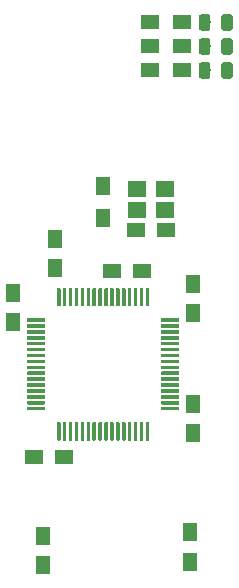
<source format=gbr>
G04 #@! TF.GenerationSoftware,KiCad,Pcbnew,5.0.2-bee76a0~70~ubuntu18.04.1*
G04 #@! TF.CreationDate,2020-02-03T17:56:43+02:00*
G04 #@! TF.ProjectId,Telemetry Board,54656c65-6d65-4747-9279-20426f617264,V1.4.1*
G04 #@! TF.SameCoordinates,Original*
G04 #@! TF.FileFunction,Paste,Bot*
G04 #@! TF.FilePolarity,Positive*
%FSLAX46Y46*%
G04 Gerber Fmt 4.6, Leading zero omitted, Abs format (unit mm)*
G04 Created by KiCad (PCBNEW 5.0.2-bee76a0~70~ubuntu18.04.1) date ma  3. helmikuuta 2020 17.56.43*
%MOMM*%
%LPD*%
G01*
G04 APERTURE LIST*
%ADD10C,0.100000*%
%ADD11C,0.300000*%
%ADD12C,0.975000*%
%ADD13R,1.600000X1.400000*%
%ADD14R,1.500000X1.250000*%
%ADD15R,1.250000X1.500000*%
%ADD16R,1.500000X1.300000*%
%ADD17R,1.300000X1.500000*%
G04 APERTURE END LIST*
D10*
G04 #@! TO.C,U4*
G36*
X107808351Y-85000361D02*
X107815632Y-85001441D01*
X107822771Y-85003229D01*
X107829701Y-85005709D01*
X107836355Y-85008856D01*
X107842668Y-85012640D01*
X107848579Y-85017024D01*
X107854033Y-85021967D01*
X107858976Y-85027421D01*
X107863360Y-85033332D01*
X107867144Y-85039645D01*
X107870291Y-85046299D01*
X107872771Y-85053229D01*
X107874559Y-85060368D01*
X107875639Y-85067649D01*
X107876000Y-85075000D01*
X107876000Y-85225000D01*
X107875639Y-85232351D01*
X107874559Y-85239632D01*
X107872771Y-85246771D01*
X107870291Y-85253701D01*
X107867144Y-85260355D01*
X107863360Y-85266668D01*
X107858976Y-85272579D01*
X107854033Y-85278033D01*
X107848579Y-85282976D01*
X107842668Y-85287360D01*
X107836355Y-85291144D01*
X107829701Y-85294291D01*
X107822771Y-85296771D01*
X107815632Y-85298559D01*
X107808351Y-85299639D01*
X107801000Y-85300000D01*
X106401000Y-85300000D01*
X106393649Y-85299639D01*
X106386368Y-85298559D01*
X106379229Y-85296771D01*
X106372299Y-85294291D01*
X106365645Y-85291144D01*
X106359332Y-85287360D01*
X106353421Y-85282976D01*
X106347967Y-85278033D01*
X106343024Y-85272579D01*
X106338640Y-85266668D01*
X106334856Y-85260355D01*
X106331709Y-85253701D01*
X106329229Y-85246771D01*
X106327441Y-85239632D01*
X106326361Y-85232351D01*
X106326000Y-85225000D01*
X106326000Y-85075000D01*
X106326361Y-85067649D01*
X106327441Y-85060368D01*
X106329229Y-85053229D01*
X106331709Y-85046299D01*
X106334856Y-85039645D01*
X106338640Y-85033332D01*
X106343024Y-85027421D01*
X106347967Y-85021967D01*
X106353421Y-85017024D01*
X106359332Y-85012640D01*
X106365645Y-85008856D01*
X106372299Y-85005709D01*
X106379229Y-85003229D01*
X106386368Y-85001441D01*
X106393649Y-85000361D01*
X106401000Y-85000000D01*
X107801000Y-85000000D01*
X107808351Y-85000361D01*
X107808351Y-85000361D01*
G37*
D11*
X107101000Y-85150000D03*
D10*
G36*
X107808351Y-85500361D02*
X107815632Y-85501441D01*
X107822771Y-85503229D01*
X107829701Y-85505709D01*
X107836355Y-85508856D01*
X107842668Y-85512640D01*
X107848579Y-85517024D01*
X107854033Y-85521967D01*
X107858976Y-85527421D01*
X107863360Y-85533332D01*
X107867144Y-85539645D01*
X107870291Y-85546299D01*
X107872771Y-85553229D01*
X107874559Y-85560368D01*
X107875639Y-85567649D01*
X107876000Y-85575000D01*
X107876000Y-85725000D01*
X107875639Y-85732351D01*
X107874559Y-85739632D01*
X107872771Y-85746771D01*
X107870291Y-85753701D01*
X107867144Y-85760355D01*
X107863360Y-85766668D01*
X107858976Y-85772579D01*
X107854033Y-85778033D01*
X107848579Y-85782976D01*
X107842668Y-85787360D01*
X107836355Y-85791144D01*
X107829701Y-85794291D01*
X107822771Y-85796771D01*
X107815632Y-85798559D01*
X107808351Y-85799639D01*
X107801000Y-85800000D01*
X106401000Y-85800000D01*
X106393649Y-85799639D01*
X106386368Y-85798559D01*
X106379229Y-85796771D01*
X106372299Y-85794291D01*
X106365645Y-85791144D01*
X106359332Y-85787360D01*
X106353421Y-85782976D01*
X106347967Y-85778033D01*
X106343024Y-85772579D01*
X106338640Y-85766668D01*
X106334856Y-85760355D01*
X106331709Y-85753701D01*
X106329229Y-85746771D01*
X106327441Y-85739632D01*
X106326361Y-85732351D01*
X106326000Y-85725000D01*
X106326000Y-85575000D01*
X106326361Y-85567649D01*
X106327441Y-85560368D01*
X106329229Y-85553229D01*
X106331709Y-85546299D01*
X106334856Y-85539645D01*
X106338640Y-85533332D01*
X106343024Y-85527421D01*
X106347967Y-85521967D01*
X106353421Y-85517024D01*
X106359332Y-85512640D01*
X106365645Y-85508856D01*
X106372299Y-85505709D01*
X106379229Y-85503229D01*
X106386368Y-85501441D01*
X106393649Y-85500361D01*
X106401000Y-85500000D01*
X107801000Y-85500000D01*
X107808351Y-85500361D01*
X107808351Y-85500361D01*
G37*
D11*
X107101000Y-85650000D03*
D10*
G36*
X107808351Y-86000361D02*
X107815632Y-86001441D01*
X107822771Y-86003229D01*
X107829701Y-86005709D01*
X107836355Y-86008856D01*
X107842668Y-86012640D01*
X107848579Y-86017024D01*
X107854033Y-86021967D01*
X107858976Y-86027421D01*
X107863360Y-86033332D01*
X107867144Y-86039645D01*
X107870291Y-86046299D01*
X107872771Y-86053229D01*
X107874559Y-86060368D01*
X107875639Y-86067649D01*
X107876000Y-86075000D01*
X107876000Y-86225000D01*
X107875639Y-86232351D01*
X107874559Y-86239632D01*
X107872771Y-86246771D01*
X107870291Y-86253701D01*
X107867144Y-86260355D01*
X107863360Y-86266668D01*
X107858976Y-86272579D01*
X107854033Y-86278033D01*
X107848579Y-86282976D01*
X107842668Y-86287360D01*
X107836355Y-86291144D01*
X107829701Y-86294291D01*
X107822771Y-86296771D01*
X107815632Y-86298559D01*
X107808351Y-86299639D01*
X107801000Y-86300000D01*
X106401000Y-86300000D01*
X106393649Y-86299639D01*
X106386368Y-86298559D01*
X106379229Y-86296771D01*
X106372299Y-86294291D01*
X106365645Y-86291144D01*
X106359332Y-86287360D01*
X106353421Y-86282976D01*
X106347967Y-86278033D01*
X106343024Y-86272579D01*
X106338640Y-86266668D01*
X106334856Y-86260355D01*
X106331709Y-86253701D01*
X106329229Y-86246771D01*
X106327441Y-86239632D01*
X106326361Y-86232351D01*
X106326000Y-86225000D01*
X106326000Y-86075000D01*
X106326361Y-86067649D01*
X106327441Y-86060368D01*
X106329229Y-86053229D01*
X106331709Y-86046299D01*
X106334856Y-86039645D01*
X106338640Y-86033332D01*
X106343024Y-86027421D01*
X106347967Y-86021967D01*
X106353421Y-86017024D01*
X106359332Y-86012640D01*
X106365645Y-86008856D01*
X106372299Y-86005709D01*
X106379229Y-86003229D01*
X106386368Y-86001441D01*
X106393649Y-86000361D01*
X106401000Y-86000000D01*
X107801000Y-86000000D01*
X107808351Y-86000361D01*
X107808351Y-86000361D01*
G37*
D11*
X107101000Y-86150000D03*
D10*
G36*
X107808351Y-86500361D02*
X107815632Y-86501441D01*
X107822771Y-86503229D01*
X107829701Y-86505709D01*
X107836355Y-86508856D01*
X107842668Y-86512640D01*
X107848579Y-86517024D01*
X107854033Y-86521967D01*
X107858976Y-86527421D01*
X107863360Y-86533332D01*
X107867144Y-86539645D01*
X107870291Y-86546299D01*
X107872771Y-86553229D01*
X107874559Y-86560368D01*
X107875639Y-86567649D01*
X107876000Y-86575000D01*
X107876000Y-86725000D01*
X107875639Y-86732351D01*
X107874559Y-86739632D01*
X107872771Y-86746771D01*
X107870291Y-86753701D01*
X107867144Y-86760355D01*
X107863360Y-86766668D01*
X107858976Y-86772579D01*
X107854033Y-86778033D01*
X107848579Y-86782976D01*
X107842668Y-86787360D01*
X107836355Y-86791144D01*
X107829701Y-86794291D01*
X107822771Y-86796771D01*
X107815632Y-86798559D01*
X107808351Y-86799639D01*
X107801000Y-86800000D01*
X106401000Y-86800000D01*
X106393649Y-86799639D01*
X106386368Y-86798559D01*
X106379229Y-86796771D01*
X106372299Y-86794291D01*
X106365645Y-86791144D01*
X106359332Y-86787360D01*
X106353421Y-86782976D01*
X106347967Y-86778033D01*
X106343024Y-86772579D01*
X106338640Y-86766668D01*
X106334856Y-86760355D01*
X106331709Y-86753701D01*
X106329229Y-86746771D01*
X106327441Y-86739632D01*
X106326361Y-86732351D01*
X106326000Y-86725000D01*
X106326000Y-86575000D01*
X106326361Y-86567649D01*
X106327441Y-86560368D01*
X106329229Y-86553229D01*
X106331709Y-86546299D01*
X106334856Y-86539645D01*
X106338640Y-86533332D01*
X106343024Y-86527421D01*
X106347967Y-86521967D01*
X106353421Y-86517024D01*
X106359332Y-86512640D01*
X106365645Y-86508856D01*
X106372299Y-86505709D01*
X106379229Y-86503229D01*
X106386368Y-86501441D01*
X106393649Y-86500361D01*
X106401000Y-86500000D01*
X107801000Y-86500000D01*
X107808351Y-86500361D01*
X107808351Y-86500361D01*
G37*
D11*
X107101000Y-86650000D03*
D10*
G36*
X107808351Y-87000361D02*
X107815632Y-87001441D01*
X107822771Y-87003229D01*
X107829701Y-87005709D01*
X107836355Y-87008856D01*
X107842668Y-87012640D01*
X107848579Y-87017024D01*
X107854033Y-87021967D01*
X107858976Y-87027421D01*
X107863360Y-87033332D01*
X107867144Y-87039645D01*
X107870291Y-87046299D01*
X107872771Y-87053229D01*
X107874559Y-87060368D01*
X107875639Y-87067649D01*
X107876000Y-87075000D01*
X107876000Y-87225000D01*
X107875639Y-87232351D01*
X107874559Y-87239632D01*
X107872771Y-87246771D01*
X107870291Y-87253701D01*
X107867144Y-87260355D01*
X107863360Y-87266668D01*
X107858976Y-87272579D01*
X107854033Y-87278033D01*
X107848579Y-87282976D01*
X107842668Y-87287360D01*
X107836355Y-87291144D01*
X107829701Y-87294291D01*
X107822771Y-87296771D01*
X107815632Y-87298559D01*
X107808351Y-87299639D01*
X107801000Y-87300000D01*
X106401000Y-87300000D01*
X106393649Y-87299639D01*
X106386368Y-87298559D01*
X106379229Y-87296771D01*
X106372299Y-87294291D01*
X106365645Y-87291144D01*
X106359332Y-87287360D01*
X106353421Y-87282976D01*
X106347967Y-87278033D01*
X106343024Y-87272579D01*
X106338640Y-87266668D01*
X106334856Y-87260355D01*
X106331709Y-87253701D01*
X106329229Y-87246771D01*
X106327441Y-87239632D01*
X106326361Y-87232351D01*
X106326000Y-87225000D01*
X106326000Y-87075000D01*
X106326361Y-87067649D01*
X106327441Y-87060368D01*
X106329229Y-87053229D01*
X106331709Y-87046299D01*
X106334856Y-87039645D01*
X106338640Y-87033332D01*
X106343024Y-87027421D01*
X106347967Y-87021967D01*
X106353421Y-87017024D01*
X106359332Y-87012640D01*
X106365645Y-87008856D01*
X106372299Y-87005709D01*
X106379229Y-87003229D01*
X106386368Y-87001441D01*
X106393649Y-87000361D01*
X106401000Y-87000000D01*
X107801000Y-87000000D01*
X107808351Y-87000361D01*
X107808351Y-87000361D01*
G37*
D11*
X107101000Y-87150000D03*
D10*
G36*
X107808351Y-87500361D02*
X107815632Y-87501441D01*
X107822771Y-87503229D01*
X107829701Y-87505709D01*
X107836355Y-87508856D01*
X107842668Y-87512640D01*
X107848579Y-87517024D01*
X107854033Y-87521967D01*
X107858976Y-87527421D01*
X107863360Y-87533332D01*
X107867144Y-87539645D01*
X107870291Y-87546299D01*
X107872771Y-87553229D01*
X107874559Y-87560368D01*
X107875639Y-87567649D01*
X107876000Y-87575000D01*
X107876000Y-87725000D01*
X107875639Y-87732351D01*
X107874559Y-87739632D01*
X107872771Y-87746771D01*
X107870291Y-87753701D01*
X107867144Y-87760355D01*
X107863360Y-87766668D01*
X107858976Y-87772579D01*
X107854033Y-87778033D01*
X107848579Y-87782976D01*
X107842668Y-87787360D01*
X107836355Y-87791144D01*
X107829701Y-87794291D01*
X107822771Y-87796771D01*
X107815632Y-87798559D01*
X107808351Y-87799639D01*
X107801000Y-87800000D01*
X106401000Y-87800000D01*
X106393649Y-87799639D01*
X106386368Y-87798559D01*
X106379229Y-87796771D01*
X106372299Y-87794291D01*
X106365645Y-87791144D01*
X106359332Y-87787360D01*
X106353421Y-87782976D01*
X106347967Y-87778033D01*
X106343024Y-87772579D01*
X106338640Y-87766668D01*
X106334856Y-87760355D01*
X106331709Y-87753701D01*
X106329229Y-87746771D01*
X106327441Y-87739632D01*
X106326361Y-87732351D01*
X106326000Y-87725000D01*
X106326000Y-87575000D01*
X106326361Y-87567649D01*
X106327441Y-87560368D01*
X106329229Y-87553229D01*
X106331709Y-87546299D01*
X106334856Y-87539645D01*
X106338640Y-87533332D01*
X106343024Y-87527421D01*
X106347967Y-87521967D01*
X106353421Y-87517024D01*
X106359332Y-87512640D01*
X106365645Y-87508856D01*
X106372299Y-87505709D01*
X106379229Y-87503229D01*
X106386368Y-87501441D01*
X106393649Y-87500361D01*
X106401000Y-87500000D01*
X107801000Y-87500000D01*
X107808351Y-87500361D01*
X107808351Y-87500361D01*
G37*
D11*
X107101000Y-87650000D03*
D10*
G36*
X107808351Y-88000361D02*
X107815632Y-88001441D01*
X107822771Y-88003229D01*
X107829701Y-88005709D01*
X107836355Y-88008856D01*
X107842668Y-88012640D01*
X107848579Y-88017024D01*
X107854033Y-88021967D01*
X107858976Y-88027421D01*
X107863360Y-88033332D01*
X107867144Y-88039645D01*
X107870291Y-88046299D01*
X107872771Y-88053229D01*
X107874559Y-88060368D01*
X107875639Y-88067649D01*
X107876000Y-88075000D01*
X107876000Y-88225000D01*
X107875639Y-88232351D01*
X107874559Y-88239632D01*
X107872771Y-88246771D01*
X107870291Y-88253701D01*
X107867144Y-88260355D01*
X107863360Y-88266668D01*
X107858976Y-88272579D01*
X107854033Y-88278033D01*
X107848579Y-88282976D01*
X107842668Y-88287360D01*
X107836355Y-88291144D01*
X107829701Y-88294291D01*
X107822771Y-88296771D01*
X107815632Y-88298559D01*
X107808351Y-88299639D01*
X107801000Y-88300000D01*
X106401000Y-88300000D01*
X106393649Y-88299639D01*
X106386368Y-88298559D01*
X106379229Y-88296771D01*
X106372299Y-88294291D01*
X106365645Y-88291144D01*
X106359332Y-88287360D01*
X106353421Y-88282976D01*
X106347967Y-88278033D01*
X106343024Y-88272579D01*
X106338640Y-88266668D01*
X106334856Y-88260355D01*
X106331709Y-88253701D01*
X106329229Y-88246771D01*
X106327441Y-88239632D01*
X106326361Y-88232351D01*
X106326000Y-88225000D01*
X106326000Y-88075000D01*
X106326361Y-88067649D01*
X106327441Y-88060368D01*
X106329229Y-88053229D01*
X106331709Y-88046299D01*
X106334856Y-88039645D01*
X106338640Y-88033332D01*
X106343024Y-88027421D01*
X106347967Y-88021967D01*
X106353421Y-88017024D01*
X106359332Y-88012640D01*
X106365645Y-88008856D01*
X106372299Y-88005709D01*
X106379229Y-88003229D01*
X106386368Y-88001441D01*
X106393649Y-88000361D01*
X106401000Y-88000000D01*
X107801000Y-88000000D01*
X107808351Y-88000361D01*
X107808351Y-88000361D01*
G37*
D11*
X107101000Y-88150000D03*
D10*
G36*
X107808351Y-88500361D02*
X107815632Y-88501441D01*
X107822771Y-88503229D01*
X107829701Y-88505709D01*
X107836355Y-88508856D01*
X107842668Y-88512640D01*
X107848579Y-88517024D01*
X107854033Y-88521967D01*
X107858976Y-88527421D01*
X107863360Y-88533332D01*
X107867144Y-88539645D01*
X107870291Y-88546299D01*
X107872771Y-88553229D01*
X107874559Y-88560368D01*
X107875639Y-88567649D01*
X107876000Y-88575000D01*
X107876000Y-88725000D01*
X107875639Y-88732351D01*
X107874559Y-88739632D01*
X107872771Y-88746771D01*
X107870291Y-88753701D01*
X107867144Y-88760355D01*
X107863360Y-88766668D01*
X107858976Y-88772579D01*
X107854033Y-88778033D01*
X107848579Y-88782976D01*
X107842668Y-88787360D01*
X107836355Y-88791144D01*
X107829701Y-88794291D01*
X107822771Y-88796771D01*
X107815632Y-88798559D01*
X107808351Y-88799639D01*
X107801000Y-88800000D01*
X106401000Y-88800000D01*
X106393649Y-88799639D01*
X106386368Y-88798559D01*
X106379229Y-88796771D01*
X106372299Y-88794291D01*
X106365645Y-88791144D01*
X106359332Y-88787360D01*
X106353421Y-88782976D01*
X106347967Y-88778033D01*
X106343024Y-88772579D01*
X106338640Y-88766668D01*
X106334856Y-88760355D01*
X106331709Y-88753701D01*
X106329229Y-88746771D01*
X106327441Y-88739632D01*
X106326361Y-88732351D01*
X106326000Y-88725000D01*
X106326000Y-88575000D01*
X106326361Y-88567649D01*
X106327441Y-88560368D01*
X106329229Y-88553229D01*
X106331709Y-88546299D01*
X106334856Y-88539645D01*
X106338640Y-88533332D01*
X106343024Y-88527421D01*
X106347967Y-88521967D01*
X106353421Y-88517024D01*
X106359332Y-88512640D01*
X106365645Y-88508856D01*
X106372299Y-88505709D01*
X106379229Y-88503229D01*
X106386368Y-88501441D01*
X106393649Y-88500361D01*
X106401000Y-88500000D01*
X107801000Y-88500000D01*
X107808351Y-88500361D01*
X107808351Y-88500361D01*
G37*
D11*
X107101000Y-88650000D03*
D10*
G36*
X107808351Y-89000361D02*
X107815632Y-89001441D01*
X107822771Y-89003229D01*
X107829701Y-89005709D01*
X107836355Y-89008856D01*
X107842668Y-89012640D01*
X107848579Y-89017024D01*
X107854033Y-89021967D01*
X107858976Y-89027421D01*
X107863360Y-89033332D01*
X107867144Y-89039645D01*
X107870291Y-89046299D01*
X107872771Y-89053229D01*
X107874559Y-89060368D01*
X107875639Y-89067649D01*
X107876000Y-89075000D01*
X107876000Y-89225000D01*
X107875639Y-89232351D01*
X107874559Y-89239632D01*
X107872771Y-89246771D01*
X107870291Y-89253701D01*
X107867144Y-89260355D01*
X107863360Y-89266668D01*
X107858976Y-89272579D01*
X107854033Y-89278033D01*
X107848579Y-89282976D01*
X107842668Y-89287360D01*
X107836355Y-89291144D01*
X107829701Y-89294291D01*
X107822771Y-89296771D01*
X107815632Y-89298559D01*
X107808351Y-89299639D01*
X107801000Y-89300000D01*
X106401000Y-89300000D01*
X106393649Y-89299639D01*
X106386368Y-89298559D01*
X106379229Y-89296771D01*
X106372299Y-89294291D01*
X106365645Y-89291144D01*
X106359332Y-89287360D01*
X106353421Y-89282976D01*
X106347967Y-89278033D01*
X106343024Y-89272579D01*
X106338640Y-89266668D01*
X106334856Y-89260355D01*
X106331709Y-89253701D01*
X106329229Y-89246771D01*
X106327441Y-89239632D01*
X106326361Y-89232351D01*
X106326000Y-89225000D01*
X106326000Y-89075000D01*
X106326361Y-89067649D01*
X106327441Y-89060368D01*
X106329229Y-89053229D01*
X106331709Y-89046299D01*
X106334856Y-89039645D01*
X106338640Y-89033332D01*
X106343024Y-89027421D01*
X106347967Y-89021967D01*
X106353421Y-89017024D01*
X106359332Y-89012640D01*
X106365645Y-89008856D01*
X106372299Y-89005709D01*
X106379229Y-89003229D01*
X106386368Y-89001441D01*
X106393649Y-89000361D01*
X106401000Y-89000000D01*
X107801000Y-89000000D01*
X107808351Y-89000361D01*
X107808351Y-89000361D01*
G37*
D11*
X107101000Y-89150000D03*
D10*
G36*
X107808351Y-89500361D02*
X107815632Y-89501441D01*
X107822771Y-89503229D01*
X107829701Y-89505709D01*
X107836355Y-89508856D01*
X107842668Y-89512640D01*
X107848579Y-89517024D01*
X107854033Y-89521967D01*
X107858976Y-89527421D01*
X107863360Y-89533332D01*
X107867144Y-89539645D01*
X107870291Y-89546299D01*
X107872771Y-89553229D01*
X107874559Y-89560368D01*
X107875639Y-89567649D01*
X107876000Y-89575000D01*
X107876000Y-89725000D01*
X107875639Y-89732351D01*
X107874559Y-89739632D01*
X107872771Y-89746771D01*
X107870291Y-89753701D01*
X107867144Y-89760355D01*
X107863360Y-89766668D01*
X107858976Y-89772579D01*
X107854033Y-89778033D01*
X107848579Y-89782976D01*
X107842668Y-89787360D01*
X107836355Y-89791144D01*
X107829701Y-89794291D01*
X107822771Y-89796771D01*
X107815632Y-89798559D01*
X107808351Y-89799639D01*
X107801000Y-89800000D01*
X106401000Y-89800000D01*
X106393649Y-89799639D01*
X106386368Y-89798559D01*
X106379229Y-89796771D01*
X106372299Y-89794291D01*
X106365645Y-89791144D01*
X106359332Y-89787360D01*
X106353421Y-89782976D01*
X106347967Y-89778033D01*
X106343024Y-89772579D01*
X106338640Y-89766668D01*
X106334856Y-89760355D01*
X106331709Y-89753701D01*
X106329229Y-89746771D01*
X106327441Y-89739632D01*
X106326361Y-89732351D01*
X106326000Y-89725000D01*
X106326000Y-89575000D01*
X106326361Y-89567649D01*
X106327441Y-89560368D01*
X106329229Y-89553229D01*
X106331709Y-89546299D01*
X106334856Y-89539645D01*
X106338640Y-89533332D01*
X106343024Y-89527421D01*
X106347967Y-89521967D01*
X106353421Y-89517024D01*
X106359332Y-89512640D01*
X106365645Y-89508856D01*
X106372299Y-89505709D01*
X106379229Y-89503229D01*
X106386368Y-89501441D01*
X106393649Y-89500361D01*
X106401000Y-89500000D01*
X107801000Y-89500000D01*
X107808351Y-89500361D01*
X107808351Y-89500361D01*
G37*
D11*
X107101000Y-89650000D03*
D10*
G36*
X107808351Y-90000361D02*
X107815632Y-90001441D01*
X107822771Y-90003229D01*
X107829701Y-90005709D01*
X107836355Y-90008856D01*
X107842668Y-90012640D01*
X107848579Y-90017024D01*
X107854033Y-90021967D01*
X107858976Y-90027421D01*
X107863360Y-90033332D01*
X107867144Y-90039645D01*
X107870291Y-90046299D01*
X107872771Y-90053229D01*
X107874559Y-90060368D01*
X107875639Y-90067649D01*
X107876000Y-90075000D01*
X107876000Y-90225000D01*
X107875639Y-90232351D01*
X107874559Y-90239632D01*
X107872771Y-90246771D01*
X107870291Y-90253701D01*
X107867144Y-90260355D01*
X107863360Y-90266668D01*
X107858976Y-90272579D01*
X107854033Y-90278033D01*
X107848579Y-90282976D01*
X107842668Y-90287360D01*
X107836355Y-90291144D01*
X107829701Y-90294291D01*
X107822771Y-90296771D01*
X107815632Y-90298559D01*
X107808351Y-90299639D01*
X107801000Y-90300000D01*
X106401000Y-90300000D01*
X106393649Y-90299639D01*
X106386368Y-90298559D01*
X106379229Y-90296771D01*
X106372299Y-90294291D01*
X106365645Y-90291144D01*
X106359332Y-90287360D01*
X106353421Y-90282976D01*
X106347967Y-90278033D01*
X106343024Y-90272579D01*
X106338640Y-90266668D01*
X106334856Y-90260355D01*
X106331709Y-90253701D01*
X106329229Y-90246771D01*
X106327441Y-90239632D01*
X106326361Y-90232351D01*
X106326000Y-90225000D01*
X106326000Y-90075000D01*
X106326361Y-90067649D01*
X106327441Y-90060368D01*
X106329229Y-90053229D01*
X106331709Y-90046299D01*
X106334856Y-90039645D01*
X106338640Y-90033332D01*
X106343024Y-90027421D01*
X106347967Y-90021967D01*
X106353421Y-90017024D01*
X106359332Y-90012640D01*
X106365645Y-90008856D01*
X106372299Y-90005709D01*
X106379229Y-90003229D01*
X106386368Y-90001441D01*
X106393649Y-90000361D01*
X106401000Y-90000000D01*
X107801000Y-90000000D01*
X107808351Y-90000361D01*
X107808351Y-90000361D01*
G37*
D11*
X107101000Y-90150000D03*
D10*
G36*
X107808351Y-90500361D02*
X107815632Y-90501441D01*
X107822771Y-90503229D01*
X107829701Y-90505709D01*
X107836355Y-90508856D01*
X107842668Y-90512640D01*
X107848579Y-90517024D01*
X107854033Y-90521967D01*
X107858976Y-90527421D01*
X107863360Y-90533332D01*
X107867144Y-90539645D01*
X107870291Y-90546299D01*
X107872771Y-90553229D01*
X107874559Y-90560368D01*
X107875639Y-90567649D01*
X107876000Y-90575000D01*
X107876000Y-90725000D01*
X107875639Y-90732351D01*
X107874559Y-90739632D01*
X107872771Y-90746771D01*
X107870291Y-90753701D01*
X107867144Y-90760355D01*
X107863360Y-90766668D01*
X107858976Y-90772579D01*
X107854033Y-90778033D01*
X107848579Y-90782976D01*
X107842668Y-90787360D01*
X107836355Y-90791144D01*
X107829701Y-90794291D01*
X107822771Y-90796771D01*
X107815632Y-90798559D01*
X107808351Y-90799639D01*
X107801000Y-90800000D01*
X106401000Y-90800000D01*
X106393649Y-90799639D01*
X106386368Y-90798559D01*
X106379229Y-90796771D01*
X106372299Y-90794291D01*
X106365645Y-90791144D01*
X106359332Y-90787360D01*
X106353421Y-90782976D01*
X106347967Y-90778033D01*
X106343024Y-90772579D01*
X106338640Y-90766668D01*
X106334856Y-90760355D01*
X106331709Y-90753701D01*
X106329229Y-90746771D01*
X106327441Y-90739632D01*
X106326361Y-90732351D01*
X106326000Y-90725000D01*
X106326000Y-90575000D01*
X106326361Y-90567649D01*
X106327441Y-90560368D01*
X106329229Y-90553229D01*
X106331709Y-90546299D01*
X106334856Y-90539645D01*
X106338640Y-90533332D01*
X106343024Y-90527421D01*
X106347967Y-90521967D01*
X106353421Y-90517024D01*
X106359332Y-90512640D01*
X106365645Y-90508856D01*
X106372299Y-90505709D01*
X106379229Y-90503229D01*
X106386368Y-90501441D01*
X106393649Y-90500361D01*
X106401000Y-90500000D01*
X107801000Y-90500000D01*
X107808351Y-90500361D01*
X107808351Y-90500361D01*
G37*
D11*
X107101000Y-90650000D03*
D10*
G36*
X107808351Y-91000361D02*
X107815632Y-91001441D01*
X107822771Y-91003229D01*
X107829701Y-91005709D01*
X107836355Y-91008856D01*
X107842668Y-91012640D01*
X107848579Y-91017024D01*
X107854033Y-91021967D01*
X107858976Y-91027421D01*
X107863360Y-91033332D01*
X107867144Y-91039645D01*
X107870291Y-91046299D01*
X107872771Y-91053229D01*
X107874559Y-91060368D01*
X107875639Y-91067649D01*
X107876000Y-91075000D01*
X107876000Y-91225000D01*
X107875639Y-91232351D01*
X107874559Y-91239632D01*
X107872771Y-91246771D01*
X107870291Y-91253701D01*
X107867144Y-91260355D01*
X107863360Y-91266668D01*
X107858976Y-91272579D01*
X107854033Y-91278033D01*
X107848579Y-91282976D01*
X107842668Y-91287360D01*
X107836355Y-91291144D01*
X107829701Y-91294291D01*
X107822771Y-91296771D01*
X107815632Y-91298559D01*
X107808351Y-91299639D01*
X107801000Y-91300000D01*
X106401000Y-91300000D01*
X106393649Y-91299639D01*
X106386368Y-91298559D01*
X106379229Y-91296771D01*
X106372299Y-91294291D01*
X106365645Y-91291144D01*
X106359332Y-91287360D01*
X106353421Y-91282976D01*
X106347967Y-91278033D01*
X106343024Y-91272579D01*
X106338640Y-91266668D01*
X106334856Y-91260355D01*
X106331709Y-91253701D01*
X106329229Y-91246771D01*
X106327441Y-91239632D01*
X106326361Y-91232351D01*
X106326000Y-91225000D01*
X106326000Y-91075000D01*
X106326361Y-91067649D01*
X106327441Y-91060368D01*
X106329229Y-91053229D01*
X106331709Y-91046299D01*
X106334856Y-91039645D01*
X106338640Y-91033332D01*
X106343024Y-91027421D01*
X106347967Y-91021967D01*
X106353421Y-91017024D01*
X106359332Y-91012640D01*
X106365645Y-91008856D01*
X106372299Y-91005709D01*
X106379229Y-91003229D01*
X106386368Y-91001441D01*
X106393649Y-91000361D01*
X106401000Y-91000000D01*
X107801000Y-91000000D01*
X107808351Y-91000361D01*
X107808351Y-91000361D01*
G37*
D11*
X107101000Y-91150000D03*
D10*
G36*
X107808351Y-91500361D02*
X107815632Y-91501441D01*
X107822771Y-91503229D01*
X107829701Y-91505709D01*
X107836355Y-91508856D01*
X107842668Y-91512640D01*
X107848579Y-91517024D01*
X107854033Y-91521967D01*
X107858976Y-91527421D01*
X107863360Y-91533332D01*
X107867144Y-91539645D01*
X107870291Y-91546299D01*
X107872771Y-91553229D01*
X107874559Y-91560368D01*
X107875639Y-91567649D01*
X107876000Y-91575000D01*
X107876000Y-91725000D01*
X107875639Y-91732351D01*
X107874559Y-91739632D01*
X107872771Y-91746771D01*
X107870291Y-91753701D01*
X107867144Y-91760355D01*
X107863360Y-91766668D01*
X107858976Y-91772579D01*
X107854033Y-91778033D01*
X107848579Y-91782976D01*
X107842668Y-91787360D01*
X107836355Y-91791144D01*
X107829701Y-91794291D01*
X107822771Y-91796771D01*
X107815632Y-91798559D01*
X107808351Y-91799639D01*
X107801000Y-91800000D01*
X106401000Y-91800000D01*
X106393649Y-91799639D01*
X106386368Y-91798559D01*
X106379229Y-91796771D01*
X106372299Y-91794291D01*
X106365645Y-91791144D01*
X106359332Y-91787360D01*
X106353421Y-91782976D01*
X106347967Y-91778033D01*
X106343024Y-91772579D01*
X106338640Y-91766668D01*
X106334856Y-91760355D01*
X106331709Y-91753701D01*
X106329229Y-91746771D01*
X106327441Y-91739632D01*
X106326361Y-91732351D01*
X106326000Y-91725000D01*
X106326000Y-91575000D01*
X106326361Y-91567649D01*
X106327441Y-91560368D01*
X106329229Y-91553229D01*
X106331709Y-91546299D01*
X106334856Y-91539645D01*
X106338640Y-91533332D01*
X106343024Y-91527421D01*
X106347967Y-91521967D01*
X106353421Y-91517024D01*
X106359332Y-91512640D01*
X106365645Y-91508856D01*
X106372299Y-91505709D01*
X106379229Y-91503229D01*
X106386368Y-91501441D01*
X106393649Y-91500361D01*
X106401000Y-91500000D01*
X107801000Y-91500000D01*
X107808351Y-91500361D01*
X107808351Y-91500361D01*
G37*
D11*
X107101000Y-91650000D03*
D10*
G36*
X107808351Y-92000361D02*
X107815632Y-92001441D01*
X107822771Y-92003229D01*
X107829701Y-92005709D01*
X107836355Y-92008856D01*
X107842668Y-92012640D01*
X107848579Y-92017024D01*
X107854033Y-92021967D01*
X107858976Y-92027421D01*
X107863360Y-92033332D01*
X107867144Y-92039645D01*
X107870291Y-92046299D01*
X107872771Y-92053229D01*
X107874559Y-92060368D01*
X107875639Y-92067649D01*
X107876000Y-92075000D01*
X107876000Y-92225000D01*
X107875639Y-92232351D01*
X107874559Y-92239632D01*
X107872771Y-92246771D01*
X107870291Y-92253701D01*
X107867144Y-92260355D01*
X107863360Y-92266668D01*
X107858976Y-92272579D01*
X107854033Y-92278033D01*
X107848579Y-92282976D01*
X107842668Y-92287360D01*
X107836355Y-92291144D01*
X107829701Y-92294291D01*
X107822771Y-92296771D01*
X107815632Y-92298559D01*
X107808351Y-92299639D01*
X107801000Y-92300000D01*
X106401000Y-92300000D01*
X106393649Y-92299639D01*
X106386368Y-92298559D01*
X106379229Y-92296771D01*
X106372299Y-92294291D01*
X106365645Y-92291144D01*
X106359332Y-92287360D01*
X106353421Y-92282976D01*
X106347967Y-92278033D01*
X106343024Y-92272579D01*
X106338640Y-92266668D01*
X106334856Y-92260355D01*
X106331709Y-92253701D01*
X106329229Y-92246771D01*
X106327441Y-92239632D01*
X106326361Y-92232351D01*
X106326000Y-92225000D01*
X106326000Y-92075000D01*
X106326361Y-92067649D01*
X106327441Y-92060368D01*
X106329229Y-92053229D01*
X106331709Y-92046299D01*
X106334856Y-92039645D01*
X106338640Y-92033332D01*
X106343024Y-92027421D01*
X106347967Y-92021967D01*
X106353421Y-92017024D01*
X106359332Y-92012640D01*
X106365645Y-92008856D01*
X106372299Y-92005709D01*
X106379229Y-92003229D01*
X106386368Y-92001441D01*
X106393649Y-92000361D01*
X106401000Y-92000000D01*
X107801000Y-92000000D01*
X107808351Y-92000361D01*
X107808351Y-92000361D01*
G37*
D11*
X107101000Y-92150000D03*
D10*
G36*
X107808351Y-92500361D02*
X107815632Y-92501441D01*
X107822771Y-92503229D01*
X107829701Y-92505709D01*
X107836355Y-92508856D01*
X107842668Y-92512640D01*
X107848579Y-92517024D01*
X107854033Y-92521967D01*
X107858976Y-92527421D01*
X107863360Y-92533332D01*
X107867144Y-92539645D01*
X107870291Y-92546299D01*
X107872771Y-92553229D01*
X107874559Y-92560368D01*
X107875639Y-92567649D01*
X107876000Y-92575000D01*
X107876000Y-92725000D01*
X107875639Y-92732351D01*
X107874559Y-92739632D01*
X107872771Y-92746771D01*
X107870291Y-92753701D01*
X107867144Y-92760355D01*
X107863360Y-92766668D01*
X107858976Y-92772579D01*
X107854033Y-92778033D01*
X107848579Y-92782976D01*
X107842668Y-92787360D01*
X107836355Y-92791144D01*
X107829701Y-92794291D01*
X107822771Y-92796771D01*
X107815632Y-92798559D01*
X107808351Y-92799639D01*
X107801000Y-92800000D01*
X106401000Y-92800000D01*
X106393649Y-92799639D01*
X106386368Y-92798559D01*
X106379229Y-92796771D01*
X106372299Y-92794291D01*
X106365645Y-92791144D01*
X106359332Y-92787360D01*
X106353421Y-92782976D01*
X106347967Y-92778033D01*
X106343024Y-92772579D01*
X106338640Y-92766668D01*
X106334856Y-92760355D01*
X106331709Y-92753701D01*
X106329229Y-92746771D01*
X106327441Y-92739632D01*
X106326361Y-92732351D01*
X106326000Y-92725000D01*
X106326000Y-92575000D01*
X106326361Y-92567649D01*
X106327441Y-92560368D01*
X106329229Y-92553229D01*
X106331709Y-92546299D01*
X106334856Y-92539645D01*
X106338640Y-92533332D01*
X106343024Y-92527421D01*
X106347967Y-92521967D01*
X106353421Y-92517024D01*
X106359332Y-92512640D01*
X106365645Y-92508856D01*
X106372299Y-92505709D01*
X106379229Y-92503229D01*
X106386368Y-92501441D01*
X106393649Y-92500361D01*
X106401000Y-92500000D01*
X107801000Y-92500000D01*
X107808351Y-92500361D01*
X107808351Y-92500361D01*
G37*
D11*
X107101000Y-92650000D03*
D10*
G36*
X109108351Y-93800361D02*
X109115632Y-93801441D01*
X109122771Y-93803229D01*
X109129701Y-93805709D01*
X109136355Y-93808856D01*
X109142668Y-93812640D01*
X109148579Y-93817024D01*
X109154033Y-93821967D01*
X109158976Y-93827421D01*
X109163360Y-93833332D01*
X109167144Y-93839645D01*
X109170291Y-93846299D01*
X109172771Y-93853229D01*
X109174559Y-93860368D01*
X109175639Y-93867649D01*
X109176000Y-93875000D01*
X109176000Y-95275000D01*
X109175639Y-95282351D01*
X109174559Y-95289632D01*
X109172771Y-95296771D01*
X109170291Y-95303701D01*
X109167144Y-95310355D01*
X109163360Y-95316668D01*
X109158976Y-95322579D01*
X109154033Y-95328033D01*
X109148579Y-95332976D01*
X109142668Y-95337360D01*
X109136355Y-95341144D01*
X109129701Y-95344291D01*
X109122771Y-95346771D01*
X109115632Y-95348559D01*
X109108351Y-95349639D01*
X109101000Y-95350000D01*
X108951000Y-95350000D01*
X108943649Y-95349639D01*
X108936368Y-95348559D01*
X108929229Y-95346771D01*
X108922299Y-95344291D01*
X108915645Y-95341144D01*
X108909332Y-95337360D01*
X108903421Y-95332976D01*
X108897967Y-95328033D01*
X108893024Y-95322579D01*
X108888640Y-95316668D01*
X108884856Y-95310355D01*
X108881709Y-95303701D01*
X108879229Y-95296771D01*
X108877441Y-95289632D01*
X108876361Y-95282351D01*
X108876000Y-95275000D01*
X108876000Y-93875000D01*
X108876361Y-93867649D01*
X108877441Y-93860368D01*
X108879229Y-93853229D01*
X108881709Y-93846299D01*
X108884856Y-93839645D01*
X108888640Y-93833332D01*
X108893024Y-93827421D01*
X108897967Y-93821967D01*
X108903421Y-93817024D01*
X108909332Y-93812640D01*
X108915645Y-93808856D01*
X108922299Y-93805709D01*
X108929229Y-93803229D01*
X108936368Y-93801441D01*
X108943649Y-93800361D01*
X108951000Y-93800000D01*
X109101000Y-93800000D01*
X109108351Y-93800361D01*
X109108351Y-93800361D01*
G37*
D11*
X109026000Y-94575000D03*
D10*
G36*
X109608351Y-93800361D02*
X109615632Y-93801441D01*
X109622771Y-93803229D01*
X109629701Y-93805709D01*
X109636355Y-93808856D01*
X109642668Y-93812640D01*
X109648579Y-93817024D01*
X109654033Y-93821967D01*
X109658976Y-93827421D01*
X109663360Y-93833332D01*
X109667144Y-93839645D01*
X109670291Y-93846299D01*
X109672771Y-93853229D01*
X109674559Y-93860368D01*
X109675639Y-93867649D01*
X109676000Y-93875000D01*
X109676000Y-95275000D01*
X109675639Y-95282351D01*
X109674559Y-95289632D01*
X109672771Y-95296771D01*
X109670291Y-95303701D01*
X109667144Y-95310355D01*
X109663360Y-95316668D01*
X109658976Y-95322579D01*
X109654033Y-95328033D01*
X109648579Y-95332976D01*
X109642668Y-95337360D01*
X109636355Y-95341144D01*
X109629701Y-95344291D01*
X109622771Y-95346771D01*
X109615632Y-95348559D01*
X109608351Y-95349639D01*
X109601000Y-95350000D01*
X109451000Y-95350000D01*
X109443649Y-95349639D01*
X109436368Y-95348559D01*
X109429229Y-95346771D01*
X109422299Y-95344291D01*
X109415645Y-95341144D01*
X109409332Y-95337360D01*
X109403421Y-95332976D01*
X109397967Y-95328033D01*
X109393024Y-95322579D01*
X109388640Y-95316668D01*
X109384856Y-95310355D01*
X109381709Y-95303701D01*
X109379229Y-95296771D01*
X109377441Y-95289632D01*
X109376361Y-95282351D01*
X109376000Y-95275000D01*
X109376000Y-93875000D01*
X109376361Y-93867649D01*
X109377441Y-93860368D01*
X109379229Y-93853229D01*
X109381709Y-93846299D01*
X109384856Y-93839645D01*
X109388640Y-93833332D01*
X109393024Y-93827421D01*
X109397967Y-93821967D01*
X109403421Y-93817024D01*
X109409332Y-93812640D01*
X109415645Y-93808856D01*
X109422299Y-93805709D01*
X109429229Y-93803229D01*
X109436368Y-93801441D01*
X109443649Y-93800361D01*
X109451000Y-93800000D01*
X109601000Y-93800000D01*
X109608351Y-93800361D01*
X109608351Y-93800361D01*
G37*
D11*
X109526000Y-94575000D03*
D10*
G36*
X110108351Y-93800361D02*
X110115632Y-93801441D01*
X110122771Y-93803229D01*
X110129701Y-93805709D01*
X110136355Y-93808856D01*
X110142668Y-93812640D01*
X110148579Y-93817024D01*
X110154033Y-93821967D01*
X110158976Y-93827421D01*
X110163360Y-93833332D01*
X110167144Y-93839645D01*
X110170291Y-93846299D01*
X110172771Y-93853229D01*
X110174559Y-93860368D01*
X110175639Y-93867649D01*
X110176000Y-93875000D01*
X110176000Y-95275000D01*
X110175639Y-95282351D01*
X110174559Y-95289632D01*
X110172771Y-95296771D01*
X110170291Y-95303701D01*
X110167144Y-95310355D01*
X110163360Y-95316668D01*
X110158976Y-95322579D01*
X110154033Y-95328033D01*
X110148579Y-95332976D01*
X110142668Y-95337360D01*
X110136355Y-95341144D01*
X110129701Y-95344291D01*
X110122771Y-95346771D01*
X110115632Y-95348559D01*
X110108351Y-95349639D01*
X110101000Y-95350000D01*
X109951000Y-95350000D01*
X109943649Y-95349639D01*
X109936368Y-95348559D01*
X109929229Y-95346771D01*
X109922299Y-95344291D01*
X109915645Y-95341144D01*
X109909332Y-95337360D01*
X109903421Y-95332976D01*
X109897967Y-95328033D01*
X109893024Y-95322579D01*
X109888640Y-95316668D01*
X109884856Y-95310355D01*
X109881709Y-95303701D01*
X109879229Y-95296771D01*
X109877441Y-95289632D01*
X109876361Y-95282351D01*
X109876000Y-95275000D01*
X109876000Y-93875000D01*
X109876361Y-93867649D01*
X109877441Y-93860368D01*
X109879229Y-93853229D01*
X109881709Y-93846299D01*
X109884856Y-93839645D01*
X109888640Y-93833332D01*
X109893024Y-93827421D01*
X109897967Y-93821967D01*
X109903421Y-93817024D01*
X109909332Y-93812640D01*
X109915645Y-93808856D01*
X109922299Y-93805709D01*
X109929229Y-93803229D01*
X109936368Y-93801441D01*
X109943649Y-93800361D01*
X109951000Y-93800000D01*
X110101000Y-93800000D01*
X110108351Y-93800361D01*
X110108351Y-93800361D01*
G37*
D11*
X110026000Y-94575000D03*
D10*
G36*
X110608351Y-93800361D02*
X110615632Y-93801441D01*
X110622771Y-93803229D01*
X110629701Y-93805709D01*
X110636355Y-93808856D01*
X110642668Y-93812640D01*
X110648579Y-93817024D01*
X110654033Y-93821967D01*
X110658976Y-93827421D01*
X110663360Y-93833332D01*
X110667144Y-93839645D01*
X110670291Y-93846299D01*
X110672771Y-93853229D01*
X110674559Y-93860368D01*
X110675639Y-93867649D01*
X110676000Y-93875000D01*
X110676000Y-95275000D01*
X110675639Y-95282351D01*
X110674559Y-95289632D01*
X110672771Y-95296771D01*
X110670291Y-95303701D01*
X110667144Y-95310355D01*
X110663360Y-95316668D01*
X110658976Y-95322579D01*
X110654033Y-95328033D01*
X110648579Y-95332976D01*
X110642668Y-95337360D01*
X110636355Y-95341144D01*
X110629701Y-95344291D01*
X110622771Y-95346771D01*
X110615632Y-95348559D01*
X110608351Y-95349639D01*
X110601000Y-95350000D01*
X110451000Y-95350000D01*
X110443649Y-95349639D01*
X110436368Y-95348559D01*
X110429229Y-95346771D01*
X110422299Y-95344291D01*
X110415645Y-95341144D01*
X110409332Y-95337360D01*
X110403421Y-95332976D01*
X110397967Y-95328033D01*
X110393024Y-95322579D01*
X110388640Y-95316668D01*
X110384856Y-95310355D01*
X110381709Y-95303701D01*
X110379229Y-95296771D01*
X110377441Y-95289632D01*
X110376361Y-95282351D01*
X110376000Y-95275000D01*
X110376000Y-93875000D01*
X110376361Y-93867649D01*
X110377441Y-93860368D01*
X110379229Y-93853229D01*
X110381709Y-93846299D01*
X110384856Y-93839645D01*
X110388640Y-93833332D01*
X110393024Y-93827421D01*
X110397967Y-93821967D01*
X110403421Y-93817024D01*
X110409332Y-93812640D01*
X110415645Y-93808856D01*
X110422299Y-93805709D01*
X110429229Y-93803229D01*
X110436368Y-93801441D01*
X110443649Y-93800361D01*
X110451000Y-93800000D01*
X110601000Y-93800000D01*
X110608351Y-93800361D01*
X110608351Y-93800361D01*
G37*
D11*
X110526000Y-94575000D03*
D10*
G36*
X111108351Y-93800361D02*
X111115632Y-93801441D01*
X111122771Y-93803229D01*
X111129701Y-93805709D01*
X111136355Y-93808856D01*
X111142668Y-93812640D01*
X111148579Y-93817024D01*
X111154033Y-93821967D01*
X111158976Y-93827421D01*
X111163360Y-93833332D01*
X111167144Y-93839645D01*
X111170291Y-93846299D01*
X111172771Y-93853229D01*
X111174559Y-93860368D01*
X111175639Y-93867649D01*
X111176000Y-93875000D01*
X111176000Y-95275000D01*
X111175639Y-95282351D01*
X111174559Y-95289632D01*
X111172771Y-95296771D01*
X111170291Y-95303701D01*
X111167144Y-95310355D01*
X111163360Y-95316668D01*
X111158976Y-95322579D01*
X111154033Y-95328033D01*
X111148579Y-95332976D01*
X111142668Y-95337360D01*
X111136355Y-95341144D01*
X111129701Y-95344291D01*
X111122771Y-95346771D01*
X111115632Y-95348559D01*
X111108351Y-95349639D01*
X111101000Y-95350000D01*
X110951000Y-95350000D01*
X110943649Y-95349639D01*
X110936368Y-95348559D01*
X110929229Y-95346771D01*
X110922299Y-95344291D01*
X110915645Y-95341144D01*
X110909332Y-95337360D01*
X110903421Y-95332976D01*
X110897967Y-95328033D01*
X110893024Y-95322579D01*
X110888640Y-95316668D01*
X110884856Y-95310355D01*
X110881709Y-95303701D01*
X110879229Y-95296771D01*
X110877441Y-95289632D01*
X110876361Y-95282351D01*
X110876000Y-95275000D01*
X110876000Y-93875000D01*
X110876361Y-93867649D01*
X110877441Y-93860368D01*
X110879229Y-93853229D01*
X110881709Y-93846299D01*
X110884856Y-93839645D01*
X110888640Y-93833332D01*
X110893024Y-93827421D01*
X110897967Y-93821967D01*
X110903421Y-93817024D01*
X110909332Y-93812640D01*
X110915645Y-93808856D01*
X110922299Y-93805709D01*
X110929229Y-93803229D01*
X110936368Y-93801441D01*
X110943649Y-93800361D01*
X110951000Y-93800000D01*
X111101000Y-93800000D01*
X111108351Y-93800361D01*
X111108351Y-93800361D01*
G37*
D11*
X111026000Y-94575000D03*
D10*
G36*
X111608351Y-93800361D02*
X111615632Y-93801441D01*
X111622771Y-93803229D01*
X111629701Y-93805709D01*
X111636355Y-93808856D01*
X111642668Y-93812640D01*
X111648579Y-93817024D01*
X111654033Y-93821967D01*
X111658976Y-93827421D01*
X111663360Y-93833332D01*
X111667144Y-93839645D01*
X111670291Y-93846299D01*
X111672771Y-93853229D01*
X111674559Y-93860368D01*
X111675639Y-93867649D01*
X111676000Y-93875000D01*
X111676000Y-95275000D01*
X111675639Y-95282351D01*
X111674559Y-95289632D01*
X111672771Y-95296771D01*
X111670291Y-95303701D01*
X111667144Y-95310355D01*
X111663360Y-95316668D01*
X111658976Y-95322579D01*
X111654033Y-95328033D01*
X111648579Y-95332976D01*
X111642668Y-95337360D01*
X111636355Y-95341144D01*
X111629701Y-95344291D01*
X111622771Y-95346771D01*
X111615632Y-95348559D01*
X111608351Y-95349639D01*
X111601000Y-95350000D01*
X111451000Y-95350000D01*
X111443649Y-95349639D01*
X111436368Y-95348559D01*
X111429229Y-95346771D01*
X111422299Y-95344291D01*
X111415645Y-95341144D01*
X111409332Y-95337360D01*
X111403421Y-95332976D01*
X111397967Y-95328033D01*
X111393024Y-95322579D01*
X111388640Y-95316668D01*
X111384856Y-95310355D01*
X111381709Y-95303701D01*
X111379229Y-95296771D01*
X111377441Y-95289632D01*
X111376361Y-95282351D01*
X111376000Y-95275000D01*
X111376000Y-93875000D01*
X111376361Y-93867649D01*
X111377441Y-93860368D01*
X111379229Y-93853229D01*
X111381709Y-93846299D01*
X111384856Y-93839645D01*
X111388640Y-93833332D01*
X111393024Y-93827421D01*
X111397967Y-93821967D01*
X111403421Y-93817024D01*
X111409332Y-93812640D01*
X111415645Y-93808856D01*
X111422299Y-93805709D01*
X111429229Y-93803229D01*
X111436368Y-93801441D01*
X111443649Y-93800361D01*
X111451000Y-93800000D01*
X111601000Y-93800000D01*
X111608351Y-93800361D01*
X111608351Y-93800361D01*
G37*
D11*
X111526000Y-94575000D03*
D10*
G36*
X112108351Y-93800361D02*
X112115632Y-93801441D01*
X112122771Y-93803229D01*
X112129701Y-93805709D01*
X112136355Y-93808856D01*
X112142668Y-93812640D01*
X112148579Y-93817024D01*
X112154033Y-93821967D01*
X112158976Y-93827421D01*
X112163360Y-93833332D01*
X112167144Y-93839645D01*
X112170291Y-93846299D01*
X112172771Y-93853229D01*
X112174559Y-93860368D01*
X112175639Y-93867649D01*
X112176000Y-93875000D01*
X112176000Y-95275000D01*
X112175639Y-95282351D01*
X112174559Y-95289632D01*
X112172771Y-95296771D01*
X112170291Y-95303701D01*
X112167144Y-95310355D01*
X112163360Y-95316668D01*
X112158976Y-95322579D01*
X112154033Y-95328033D01*
X112148579Y-95332976D01*
X112142668Y-95337360D01*
X112136355Y-95341144D01*
X112129701Y-95344291D01*
X112122771Y-95346771D01*
X112115632Y-95348559D01*
X112108351Y-95349639D01*
X112101000Y-95350000D01*
X111951000Y-95350000D01*
X111943649Y-95349639D01*
X111936368Y-95348559D01*
X111929229Y-95346771D01*
X111922299Y-95344291D01*
X111915645Y-95341144D01*
X111909332Y-95337360D01*
X111903421Y-95332976D01*
X111897967Y-95328033D01*
X111893024Y-95322579D01*
X111888640Y-95316668D01*
X111884856Y-95310355D01*
X111881709Y-95303701D01*
X111879229Y-95296771D01*
X111877441Y-95289632D01*
X111876361Y-95282351D01*
X111876000Y-95275000D01*
X111876000Y-93875000D01*
X111876361Y-93867649D01*
X111877441Y-93860368D01*
X111879229Y-93853229D01*
X111881709Y-93846299D01*
X111884856Y-93839645D01*
X111888640Y-93833332D01*
X111893024Y-93827421D01*
X111897967Y-93821967D01*
X111903421Y-93817024D01*
X111909332Y-93812640D01*
X111915645Y-93808856D01*
X111922299Y-93805709D01*
X111929229Y-93803229D01*
X111936368Y-93801441D01*
X111943649Y-93800361D01*
X111951000Y-93800000D01*
X112101000Y-93800000D01*
X112108351Y-93800361D01*
X112108351Y-93800361D01*
G37*
D11*
X112026000Y-94575000D03*
D10*
G36*
X112608351Y-93800361D02*
X112615632Y-93801441D01*
X112622771Y-93803229D01*
X112629701Y-93805709D01*
X112636355Y-93808856D01*
X112642668Y-93812640D01*
X112648579Y-93817024D01*
X112654033Y-93821967D01*
X112658976Y-93827421D01*
X112663360Y-93833332D01*
X112667144Y-93839645D01*
X112670291Y-93846299D01*
X112672771Y-93853229D01*
X112674559Y-93860368D01*
X112675639Y-93867649D01*
X112676000Y-93875000D01*
X112676000Y-95275000D01*
X112675639Y-95282351D01*
X112674559Y-95289632D01*
X112672771Y-95296771D01*
X112670291Y-95303701D01*
X112667144Y-95310355D01*
X112663360Y-95316668D01*
X112658976Y-95322579D01*
X112654033Y-95328033D01*
X112648579Y-95332976D01*
X112642668Y-95337360D01*
X112636355Y-95341144D01*
X112629701Y-95344291D01*
X112622771Y-95346771D01*
X112615632Y-95348559D01*
X112608351Y-95349639D01*
X112601000Y-95350000D01*
X112451000Y-95350000D01*
X112443649Y-95349639D01*
X112436368Y-95348559D01*
X112429229Y-95346771D01*
X112422299Y-95344291D01*
X112415645Y-95341144D01*
X112409332Y-95337360D01*
X112403421Y-95332976D01*
X112397967Y-95328033D01*
X112393024Y-95322579D01*
X112388640Y-95316668D01*
X112384856Y-95310355D01*
X112381709Y-95303701D01*
X112379229Y-95296771D01*
X112377441Y-95289632D01*
X112376361Y-95282351D01*
X112376000Y-95275000D01*
X112376000Y-93875000D01*
X112376361Y-93867649D01*
X112377441Y-93860368D01*
X112379229Y-93853229D01*
X112381709Y-93846299D01*
X112384856Y-93839645D01*
X112388640Y-93833332D01*
X112393024Y-93827421D01*
X112397967Y-93821967D01*
X112403421Y-93817024D01*
X112409332Y-93812640D01*
X112415645Y-93808856D01*
X112422299Y-93805709D01*
X112429229Y-93803229D01*
X112436368Y-93801441D01*
X112443649Y-93800361D01*
X112451000Y-93800000D01*
X112601000Y-93800000D01*
X112608351Y-93800361D01*
X112608351Y-93800361D01*
G37*
D11*
X112526000Y-94575000D03*
D10*
G36*
X113108351Y-93800361D02*
X113115632Y-93801441D01*
X113122771Y-93803229D01*
X113129701Y-93805709D01*
X113136355Y-93808856D01*
X113142668Y-93812640D01*
X113148579Y-93817024D01*
X113154033Y-93821967D01*
X113158976Y-93827421D01*
X113163360Y-93833332D01*
X113167144Y-93839645D01*
X113170291Y-93846299D01*
X113172771Y-93853229D01*
X113174559Y-93860368D01*
X113175639Y-93867649D01*
X113176000Y-93875000D01*
X113176000Y-95275000D01*
X113175639Y-95282351D01*
X113174559Y-95289632D01*
X113172771Y-95296771D01*
X113170291Y-95303701D01*
X113167144Y-95310355D01*
X113163360Y-95316668D01*
X113158976Y-95322579D01*
X113154033Y-95328033D01*
X113148579Y-95332976D01*
X113142668Y-95337360D01*
X113136355Y-95341144D01*
X113129701Y-95344291D01*
X113122771Y-95346771D01*
X113115632Y-95348559D01*
X113108351Y-95349639D01*
X113101000Y-95350000D01*
X112951000Y-95350000D01*
X112943649Y-95349639D01*
X112936368Y-95348559D01*
X112929229Y-95346771D01*
X112922299Y-95344291D01*
X112915645Y-95341144D01*
X112909332Y-95337360D01*
X112903421Y-95332976D01*
X112897967Y-95328033D01*
X112893024Y-95322579D01*
X112888640Y-95316668D01*
X112884856Y-95310355D01*
X112881709Y-95303701D01*
X112879229Y-95296771D01*
X112877441Y-95289632D01*
X112876361Y-95282351D01*
X112876000Y-95275000D01*
X112876000Y-93875000D01*
X112876361Y-93867649D01*
X112877441Y-93860368D01*
X112879229Y-93853229D01*
X112881709Y-93846299D01*
X112884856Y-93839645D01*
X112888640Y-93833332D01*
X112893024Y-93827421D01*
X112897967Y-93821967D01*
X112903421Y-93817024D01*
X112909332Y-93812640D01*
X112915645Y-93808856D01*
X112922299Y-93805709D01*
X112929229Y-93803229D01*
X112936368Y-93801441D01*
X112943649Y-93800361D01*
X112951000Y-93800000D01*
X113101000Y-93800000D01*
X113108351Y-93800361D01*
X113108351Y-93800361D01*
G37*
D11*
X113026000Y-94575000D03*
D10*
G36*
X113608351Y-93800361D02*
X113615632Y-93801441D01*
X113622771Y-93803229D01*
X113629701Y-93805709D01*
X113636355Y-93808856D01*
X113642668Y-93812640D01*
X113648579Y-93817024D01*
X113654033Y-93821967D01*
X113658976Y-93827421D01*
X113663360Y-93833332D01*
X113667144Y-93839645D01*
X113670291Y-93846299D01*
X113672771Y-93853229D01*
X113674559Y-93860368D01*
X113675639Y-93867649D01*
X113676000Y-93875000D01*
X113676000Y-95275000D01*
X113675639Y-95282351D01*
X113674559Y-95289632D01*
X113672771Y-95296771D01*
X113670291Y-95303701D01*
X113667144Y-95310355D01*
X113663360Y-95316668D01*
X113658976Y-95322579D01*
X113654033Y-95328033D01*
X113648579Y-95332976D01*
X113642668Y-95337360D01*
X113636355Y-95341144D01*
X113629701Y-95344291D01*
X113622771Y-95346771D01*
X113615632Y-95348559D01*
X113608351Y-95349639D01*
X113601000Y-95350000D01*
X113451000Y-95350000D01*
X113443649Y-95349639D01*
X113436368Y-95348559D01*
X113429229Y-95346771D01*
X113422299Y-95344291D01*
X113415645Y-95341144D01*
X113409332Y-95337360D01*
X113403421Y-95332976D01*
X113397967Y-95328033D01*
X113393024Y-95322579D01*
X113388640Y-95316668D01*
X113384856Y-95310355D01*
X113381709Y-95303701D01*
X113379229Y-95296771D01*
X113377441Y-95289632D01*
X113376361Y-95282351D01*
X113376000Y-95275000D01*
X113376000Y-93875000D01*
X113376361Y-93867649D01*
X113377441Y-93860368D01*
X113379229Y-93853229D01*
X113381709Y-93846299D01*
X113384856Y-93839645D01*
X113388640Y-93833332D01*
X113393024Y-93827421D01*
X113397967Y-93821967D01*
X113403421Y-93817024D01*
X113409332Y-93812640D01*
X113415645Y-93808856D01*
X113422299Y-93805709D01*
X113429229Y-93803229D01*
X113436368Y-93801441D01*
X113443649Y-93800361D01*
X113451000Y-93800000D01*
X113601000Y-93800000D01*
X113608351Y-93800361D01*
X113608351Y-93800361D01*
G37*
D11*
X113526000Y-94575000D03*
D10*
G36*
X114108351Y-93800361D02*
X114115632Y-93801441D01*
X114122771Y-93803229D01*
X114129701Y-93805709D01*
X114136355Y-93808856D01*
X114142668Y-93812640D01*
X114148579Y-93817024D01*
X114154033Y-93821967D01*
X114158976Y-93827421D01*
X114163360Y-93833332D01*
X114167144Y-93839645D01*
X114170291Y-93846299D01*
X114172771Y-93853229D01*
X114174559Y-93860368D01*
X114175639Y-93867649D01*
X114176000Y-93875000D01*
X114176000Y-95275000D01*
X114175639Y-95282351D01*
X114174559Y-95289632D01*
X114172771Y-95296771D01*
X114170291Y-95303701D01*
X114167144Y-95310355D01*
X114163360Y-95316668D01*
X114158976Y-95322579D01*
X114154033Y-95328033D01*
X114148579Y-95332976D01*
X114142668Y-95337360D01*
X114136355Y-95341144D01*
X114129701Y-95344291D01*
X114122771Y-95346771D01*
X114115632Y-95348559D01*
X114108351Y-95349639D01*
X114101000Y-95350000D01*
X113951000Y-95350000D01*
X113943649Y-95349639D01*
X113936368Y-95348559D01*
X113929229Y-95346771D01*
X113922299Y-95344291D01*
X113915645Y-95341144D01*
X113909332Y-95337360D01*
X113903421Y-95332976D01*
X113897967Y-95328033D01*
X113893024Y-95322579D01*
X113888640Y-95316668D01*
X113884856Y-95310355D01*
X113881709Y-95303701D01*
X113879229Y-95296771D01*
X113877441Y-95289632D01*
X113876361Y-95282351D01*
X113876000Y-95275000D01*
X113876000Y-93875000D01*
X113876361Y-93867649D01*
X113877441Y-93860368D01*
X113879229Y-93853229D01*
X113881709Y-93846299D01*
X113884856Y-93839645D01*
X113888640Y-93833332D01*
X113893024Y-93827421D01*
X113897967Y-93821967D01*
X113903421Y-93817024D01*
X113909332Y-93812640D01*
X113915645Y-93808856D01*
X113922299Y-93805709D01*
X113929229Y-93803229D01*
X113936368Y-93801441D01*
X113943649Y-93800361D01*
X113951000Y-93800000D01*
X114101000Y-93800000D01*
X114108351Y-93800361D01*
X114108351Y-93800361D01*
G37*
D11*
X114026000Y-94575000D03*
D10*
G36*
X114608351Y-93800361D02*
X114615632Y-93801441D01*
X114622771Y-93803229D01*
X114629701Y-93805709D01*
X114636355Y-93808856D01*
X114642668Y-93812640D01*
X114648579Y-93817024D01*
X114654033Y-93821967D01*
X114658976Y-93827421D01*
X114663360Y-93833332D01*
X114667144Y-93839645D01*
X114670291Y-93846299D01*
X114672771Y-93853229D01*
X114674559Y-93860368D01*
X114675639Y-93867649D01*
X114676000Y-93875000D01*
X114676000Y-95275000D01*
X114675639Y-95282351D01*
X114674559Y-95289632D01*
X114672771Y-95296771D01*
X114670291Y-95303701D01*
X114667144Y-95310355D01*
X114663360Y-95316668D01*
X114658976Y-95322579D01*
X114654033Y-95328033D01*
X114648579Y-95332976D01*
X114642668Y-95337360D01*
X114636355Y-95341144D01*
X114629701Y-95344291D01*
X114622771Y-95346771D01*
X114615632Y-95348559D01*
X114608351Y-95349639D01*
X114601000Y-95350000D01*
X114451000Y-95350000D01*
X114443649Y-95349639D01*
X114436368Y-95348559D01*
X114429229Y-95346771D01*
X114422299Y-95344291D01*
X114415645Y-95341144D01*
X114409332Y-95337360D01*
X114403421Y-95332976D01*
X114397967Y-95328033D01*
X114393024Y-95322579D01*
X114388640Y-95316668D01*
X114384856Y-95310355D01*
X114381709Y-95303701D01*
X114379229Y-95296771D01*
X114377441Y-95289632D01*
X114376361Y-95282351D01*
X114376000Y-95275000D01*
X114376000Y-93875000D01*
X114376361Y-93867649D01*
X114377441Y-93860368D01*
X114379229Y-93853229D01*
X114381709Y-93846299D01*
X114384856Y-93839645D01*
X114388640Y-93833332D01*
X114393024Y-93827421D01*
X114397967Y-93821967D01*
X114403421Y-93817024D01*
X114409332Y-93812640D01*
X114415645Y-93808856D01*
X114422299Y-93805709D01*
X114429229Y-93803229D01*
X114436368Y-93801441D01*
X114443649Y-93800361D01*
X114451000Y-93800000D01*
X114601000Y-93800000D01*
X114608351Y-93800361D01*
X114608351Y-93800361D01*
G37*
D11*
X114526000Y-94575000D03*
D10*
G36*
X115108351Y-93800361D02*
X115115632Y-93801441D01*
X115122771Y-93803229D01*
X115129701Y-93805709D01*
X115136355Y-93808856D01*
X115142668Y-93812640D01*
X115148579Y-93817024D01*
X115154033Y-93821967D01*
X115158976Y-93827421D01*
X115163360Y-93833332D01*
X115167144Y-93839645D01*
X115170291Y-93846299D01*
X115172771Y-93853229D01*
X115174559Y-93860368D01*
X115175639Y-93867649D01*
X115176000Y-93875000D01*
X115176000Y-95275000D01*
X115175639Y-95282351D01*
X115174559Y-95289632D01*
X115172771Y-95296771D01*
X115170291Y-95303701D01*
X115167144Y-95310355D01*
X115163360Y-95316668D01*
X115158976Y-95322579D01*
X115154033Y-95328033D01*
X115148579Y-95332976D01*
X115142668Y-95337360D01*
X115136355Y-95341144D01*
X115129701Y-95344291D01*
X115122771Y-95346771D01*
X115115632Y-95348559D01*
X115108351Y-95349639D01*
X115101000Y-95350000D01*
X114951000Y-95350000D01*
X114943649Y-95349639D01*
X114936368Y-95348559D01*
X114929229Y-95346771D01*
X114922299Y-95344291D01*
X114915645Y-95341144D01*
X114909332Y-95337360D01*
X114903421Y-95332976D01*
X114897967Y-95328033D01*
X114893024Y-95322579D01*
X114888640Y-95316668D01*
X114884856Y-95310355D01*
X114881709Y-95303701D01*
X114879229Y-95296771D01*
X114877441Y-95289632D01*
X114876361Y-95282351D01*
X114876000Y-95275000D01*
X114876000Y-93875000D01*
X114876361Y-93867649D01*
X114877441Y-93860368D01*
X114879229Y-93853229D01*
X114881709Y-93846299D01*
X114884856Y-93839645D01*
X114888640Y-93833332D01*
X114893024Y-93827421D01*
X114897967Y-93821967D01*
X114903421Y-93817024D01*
X114909332Y-93812640D01*
X114915645Y-93808856D01*
X114922299Y-93805709D01*
X114929229Y-93803229D01*
X114936368Y-93801441D01*
X114943649Y-93800361D01*
X114951000Y-93800000D01*
X115101000Y-93800000D01*
X115108351Y-93800361D01*
X115108351Y-93800361D01*
G37*
D11*
X115026000Y-94575000D03*
D10*
G36*
X115608351Y-93800361D02*
X115615632Y-93801441D01*
X115622771Y-93803229D01*
X115629701Y-93805709D01*
X115636355Y-93808856D01*
X115642668Y-93812640D01*
X115648579Y-93817024D01*
X115654033Y-93821967D01*
X115658976Y-93827421D01*
X115663360Y-93833332D01*
X115667144Y-93839645D01*
X115670291Y-93846299D01*
X115672771Y-93853229D01*
X115674559Y-93860368D01*
X115675639Y-93867649D01*
X115676000Y-93875000D01*
X115676000Y-95275000D01*
X115675639Y-95282351D01*
X115674559Y-95289632D01*
X115672771Y-95296771D01*
X115670291Y-95303701D01*
X115667144Y-95310355D01*
X115663360Y-95316668D01*
X115658976Y-95322579D01*
X115654033Y-95328033D01*
X115648579Y-95332976D01*
X115642668Y-95337360D01*
X115636355Y-95341144D01*
X115629701Y-95344291D01*
X115622771Y-95346771D01*
X115615632Y-95348559D01*
X115608351Y-95349639D01*
X115601000Y-95350000D01*
X115451000Y-95350000D01*
X115443649Y-95349639D01*
X115436368Y-95348559D01*
X115429229Y-95346771D01*
X115422299Y-95344291D01*
X115415645Y-95341144D01*
X115409332Y-95337360D01*
X115403421Y-95332976D01*
X115397967Y-95328033D01*
X115393024Y-95322579D01*
X115388640Y-95316668D01*
X115384856Y-95310355D01*
X115381709Y-95303701D01*
X115379229Y-95296771D01*
X115377441Y-95289632D01*
X115376361Y-95282351D01*
X115376000Y-95275000D01*
X115376000Y-93875000D01*
X115376361Y-93867649D01*
X115377441Y-93860368D01*
X115379229Y-93853229D01*
X115381709Y-93846299D01*
X115384856Y-93839645D01*
X115388640Y-93833332D01*
X115393024Y-93827421D01*
X115397967Y-93821967D01*
X115403421Y-93817024D01*
X115409332Y-93812640D01*
X115415645Y-93808856D01*
X115422299Y-93805709D01*
X115429229Y-93803229D01*
X115436368Y-93801441D01*
X115443649Y-93800361D01*
X115451000Y-93800000D01*
X115601000Y-93800000D01*
X115608351Y-93800361D01*
X115608351Y-93800361D01*
G37*
D11*
X115526000Y-94575000D03*
D10*
G36*
X116108351Y-93800361D02*
X116115632Y-93801441D01*
X116122771Y-93803229D01*
X116129701Y-93805709D01*
X116136355Y-93808856D01*
X116142668Y-93812640D01*
X116148579Y-93817024D01*
X116154033Y-93821967D01*
X116158976Y-93827421D01*
X116163360Y-93833332D01*
X116167144Y-93839645D01*
X116170291Y-93846299D01*
X116172771Y-93853229D01*
X116174559Y-93860368D01*
X116175639Y-93867649D01*
X116176000Y-93875000D01*
X116176000Y-95275000D01*
X116175639Y-95282351D01*
X116174559Y-95289632D01*
X116172771Y-95296771D01*
X116170291Y-95303701D01*
X116167144Y-95310355D01*
X116163360Y-95316668D01*
X116158976Y-95322579D01*
X116154033Y-95328033D01*
X116148579Y-95332976D01*
X116142668Y-95337360D01*
X116136355Y-95341144D01*
X116129701Y-95344291D01*
X116122771Y-95346771D01*
X116115632Y-95348559D01*
X116108351Y-95349639D01*
X116101000Y-95350000D01*
X115951000Y-95350000D01*
X115943649Y-95349639D01*
X115936368Y-95348559D01*
X115929229Y-95346771D01*
X115922299Y-95344291D01*
X115915645Y-95341144D01*
X115909332Y-95337360D01*
X115903421Y-95332976D01*
X115897967Y-95328033D01*
X115893024Y-95322579D01*
X115888640Y-95316668D01*
X115884856Y-95310355D01*
X115881709Y-95303701D01*
X115879229Y-95296771D01*
X115877441Y-95289632D01*
X115876361Y-95282351D01*
X115876000Y-95275000D01*
X115876000Y-93875000D01*
X115876361Y-93867649D01*
X115877441Y-93860368D01*
X115879229Y-93853229D01*
X115881709Y-93846299D01*
X115884856Y-93839645D01*
X115888640Y-93833332D01*
X115893024Y-93827421D01*
X115897967Y-93821967D01*
X115903421Y-93817024D01*
X115909332Y-93812640D01*
X115915645Y-93808856D01*
X115922299Y-93805709D01*
X115929229Y-93803229D01*
X115936368Y-93801441D01*
X115943649Y-93800361D01*
X115951000Y-93800000D01*
X116101000Y-93800000D01*
X116108351Y-93800361D01*
X116108351Y-93800361D01*
G37*
D11*
X116026000Y-94575000D03*
D10*
G36*
X116608351Y-93800361D02*
X116615632Y-93801441D01*
X116622771Y-93803229D01*
X116629701Y-93805709D01*
X116636355Y-93808856D01*
X116642668Y-93812640D01*
X116648579Y-93817024D01*
X116654033Y-93821967D01*
X116658976Y-93827421D01*
X116663360Y-93833332D01*
X116667144Y-93839645D01*
X116670291Y-93846299D01*
X116672771Y-93853229D01*
X116674559Y-93860368D01*
X116675639Y-93867649D01*
X116676000Y-93875000D01*
X116676000Y-95275000D01*
X116675639Y-95282351D01*
X116674559Y-95289632D01*
X116672771Y-95296771D01*
X116670291Y-95303701D01*
X116667144Y-95310355D01*
X116663360Y-95316668D01*
X116658976Y-95322579D01*
X116654033Y-95328033D01*
X116648579Y-95332976D01*
X116642668Y-95337360D01*
X116636355Y-95341144D01*
X116629701Y-95344291D01*
X116622771Y-95346771D01*
X116615632Y-95348559D01*
X116608351Y-95349639D01*
X116601000Y-95350000D01*
X116451000Y-95350000D01*
X116443649Y-95349639D01*
X116436368Y-95348559D01*
X116429229Y-95346771D01*
X116422299Y-95344291D01*
X116415645Y-95341144D01*
X116409332Y-95337360D01*
X116403421Y-95332976D01*
X116397967Y-95328033D01*
X116393024Y-95322579D01*
X116388640Y-95316668D01*
X116384856Y-95310355D01*
X116381709Y-95303701D01*
X116379229Y-95296771D01*
X116377441Y-95289632D01*
X116376361Y-95282351D01*
X116376000Y-95275000D01*
X116376000Y-93875000D01*
X116376361Y-93867649D01*
X116377441Y-93860368D01*
X116379229Y-93853229D01*
X116381709Y-93846299D01*
X116384856Y-93839645D01*
X116388640Y-93833332D01*
X116393024Y-93827421D01*
X116397967Y-93821967D01*
X116403421Y-93817024D01*
X116409332Y-93812640D01*
X116415645Y-93808856D01*
X116422299Y-93805709D01*
X116429229Y-93803229D01*
X116436368Y-93801441D01*
X116443649Y-93800361D01*
X116451000Y-93800000D01*
X116601000Y-93800000D01*
X116608351Y-93800361D01*
X116608351Y-93800361D01*
G37*
D11*
X116526000Y-94575000D03*
D10*
G36*
X119158351Y-92500361D02*
X119165632Y-92501441D01*
X119172771Y-92503229D01*
X119179701Y-92505709D01*
X119186355Y-92508856D01*
X119192668Y-92512640D01*
X119198579Y-92517024D01*
X119204033Y-92521967D01*
X119208976Y-92527421D01*
X119213360Y-92533332D01*
X119217144Y-92539645D01*
X119220291Y-92546299D01*
X119222771Y-92553229D01*
X119224559Y-92560368D01*
X119225639Y-92567649D01*
X119226000Y-92575000D01*
X119226000Y-92725000D01*
X119225639Y-92732351D01*
X119224559Y-92739632D01*
X119222771Y-92746771D01*
X119220291Y-92753701D01*
X119217144Y-92760355D01*
X119213360Y-92766668D01*
X119208976Y-92772579D01*
X119204033Y-92778033D01*
X119198579Y-92782976D01*
X119192668Y-92787360D01*
X119186355Y-92791144D01*
X119179701Y-92794291D01*
X119172771Y-92796771D01*
X119165632Y-92798559D01*
X119158351Y-92799639D01*
X119151000Y-92800000D01*
X117751000Y-92800000D01*
X117743649Y-92799639D01*
X117736368Y-92798559D01*
X117729229Y-92796771D01*
X117722299Y-92794291D01*
X117715645Y-92791144D01*
X117709332Y-92787360D01*
X117703421Y-92782976D01*
X117697967Y-92778033D01*
X117693024Y-92772579D01*
X117688640Y-92766668D01*
X117684856Y-92760355D01*
X117681709Y-92753701D01*
X117679229Y-92746771D01*
X117677441Y-92739632D01*
X117676361Y-92732351D01*
X117676000Y-92725000D01*
X117676000Y-92575000D01*
X117676361Y-92567649D01*
X117677441Y-92560368D01*
X117679229Y-92553229D01*
X117681709Y-92546299D01*
X117684856Y-92539645D01*
X117688640Y-92533332D01*
X117693024Y-92527421D01*
X117697967Y-92521967D01*
X117703421Y-92517024D01*
X117709332Y-92512640D01*
X117715645Y-92508856D01*
X117722299Y-92505709D01*
X117729229Y-92503229D01*
X117736368Y-92501441D01*
X117743649Y-92500361D01*
X117751000Y-92500000D01*
X119151000Y-92500000D01*
X119158351Y-92500361D01*
X119158351Y-92500361D01*
G37*
D11*
X118451000Y-92650000D03*
D10*
G36*
X119158351Y-92000361D02*
X119165632Y-92001441D01*
X119172771Y-92003229D01*
X119179701Y-92005709D01*
X119186355Y-92008856D01*
X119192668Y-92012640D01*
X119198579Y-92017024D01*
X119204033Y-92021967D01*
X119208976Y-92027421D01*
X119213360Y-92033332D01*
X119217144Y-92039645D01*
X119220291Y-92046299D01*
X119222771Y-92053229D01*
X119224559Y-92060368D01*
X119225639Y-92067649D01*
X119226000Y-92075000D01*
X119226000Y-92225000D01*
X119225639Y-92232351D01*
X119224559Y-92239632D01*
X119222771Y-92246771D01*
X119220291Y-92253701D01*
X119217144Y-92260355D01*
X119213360Y-92266668D01*
X119208976Y-92272579D01*
X119204033Y-92278033D01*
X119198579Y-92282976D01*
X119192668Y-92287360D01*
X119186355Y-92291144D01*
X119179701Y-92294291D01*
X119172771Y-92296771D01*
X119165632Y-92298559D01*
X119158351Y-92299639D01*
X119151000Y-92300000D01*
X117751000Y-92300000D01*
X117743649Y-92299639D01*
X117736368Y-92298559D01*
X117729229Y-92296771D01*
X117722299Y-92294291D01*
X117715645Y-92291144D01*
X117709332Y-92287360D01*
X117703421Y-92282976D01*
X117697967Y-92278033D01*
X117693024Y-92272579D01*
X117688640Y-92266668D01*
X117684856Y-92260355D01*
X117681709Y-92253701D01*
X117679229Y-92246771D01*
X117677441Y-92239632D01*
X117676361Y-92232351D01*
X117676000Y-92225000D01*
X117676000Y-92075000D01*
X117676361Y-92067649D01*
X117677441Y-92060368D01*
X117679229Y-92053229D01*
X117681709Y-92046299D01*
X117684856Y-92039645D01*
X117688640Y-92033332D01*
X117693024Y-92027421D01*
X117697967Y-92021967D01*
X117703421Y-92017024D01*
X117709332Y-92012640D01*
X117715645Y-92008856D01*
X117722299Y-92005709D01*
X117729229Y-92003229D01*
X117736368Y-92001441D01*
X117743649Y-92000361D01*
X117751000Y-92000000D01*
X119151000Y-92000000D01*
X119158351Y-92000361D01*
X119158351Y-92000361D01*
G37*
D11*
X118451000Y-92150000D03*
D10*
G36*
X119158351Y-91500361D02*
X119165632Y-91501441D01*
X119172771Y-91503229D01*
X119179701Y-91505709D01*
X119186355Y-91508856D01*
X119192668Y-91512640D01*
X119198579Y-91517024D01*
X119204033Y-91521967D01*
X119208976Y-91527421D01*
X119213360Y-91533332D01*
X119217144Y-91539645D01*
X119220291Y-91546299D01*
X119222771Y-91553229D01*
X119224559Y-91560368D01*
X119225639Y-91567649D01*
X119226000Y-91575000D01*
X119226000Y-91725000D01*
X119225639Y-91732351D01*
X119224559Y-91739632D01*
X119222771Y-91746771D01*
X119220291Y-91753701D01*
X119217144Y-91760355D01*
X119213360Y-91766668D01*
X119208976Y-91772579D01*
X119204033Y-91778033D01*
X119198579Y-91782976D01*
X119192668Y-91787360D01*
X119186355Y-91791144D01*
X119179701Y-91794291D01*
X119172771Y-91796771D01*
X119165632Y-91798559D01*
X119158351Y-91799639D01*
X119151000Y-91800000D01*
X117751000Y-91800000D01*
X117743649Y-91799639D01*
X117736368Y-91798559D01*
X117729229Y-91796771D01*
X117722299Y-91794291D01*
X117715645Y-91791144D01*
X117709332Y-91787360D01*
X117703421Y-91782976D01*
X117697967Y-91778033D01*
X117693024Y-91772579D01*
X117688640Y-91766668D01*
X117684856Y-91760355D01*
X117681709Y-91753701D01*
X117679229Y-91746771D01*
X117677441Y-91739632D01*
X117676361Y-91732351D01*
X117676000Y-91725000D01*
X117676000Y-91575000D01*
X117676361Y-91567649D01*
X117677441Y-91560368D01*
X117679229Y-91553229D01*
X117681709Y-91546299D01*
X117684856Y-91539645D01*
X117688640Y-91533332D01*
X117693024Y-91527421D01*
X117697967Y-91521967D01*
X117703421Y-91517024D01*
X117709332Y-91512640D01*
X117715645Y-91508856D01*
X117722299Y-91505709D01*
X117729229Y-91503229D01*
X117736368Y-91501441D01*
X117743649Y-91500361D01*
X117751000Y-91500000D01*
X119151000Y-91500000D01*
X119158351Y-91500361D01*
X119158351Y-91500361D01*
G37*
D11*
X118451000Y-91650000D03*
D10*
G36*
X119158351Y-91000361D02*
X119165632Y-91001441D01*
X119172771Y-91003229D01*
X119179701Y-91005709D01*
X119186355Y-91008856D01*
X119192668Y-91012640D01*
X119198579Y-91017024D01*
X119204033Y-91021967D01*
X119208976Y-91027421D01*
X119213360Y-91033332D01*
X119217144Y-91039645D01*
X119220291Y-91046299D01*
X119222771Y-91053229D01*
X119224559Y-91060368D01*
X119225639Y-91067649D01*
X119226000Y-91075000D01*
X119226000Y-91225000D01*
X119225639Y-91232351D01*
X119224559Y-91239632D01*
X119222771Y-91246771D01*
X119220291Y-91253701D01*
X119217144Y-91260355D01*
X119213360Y-91266668D01*
X119208976Y-91272579D01*
X119204033Y-91278033D01*
X119198579Y-91282976D01*
X119192668Y-91287360D01*
X119186355Y-91291144D01*
X119179701Y-91294291D01*
X119172771Y-91296771D01*
X119165632Y-91298559D01*
X119158351Y-91299639D01*
X119151000Y-91300000D01*
X117751000Y-91300000D01*
X117743649Y-91299639D01*
X117736368Y-91298559D01*
X117729229Y-91296771D01*
X117722299Y-91294291D01*
X117715645Y-91291144D01*
X117709332Y-91287360D01*
X117703421Y-91282976D01*
X117697967Y-91278033D01*
X117693024Y-91272579D01*
X117688640Y-91266668D01*
X117684856Y-91260355D01*
X117681709Y-91253701D01*
X117679229Y-91246771D01*
X117677441Y-91239632D01*
X117676361Y-91232351D01*
X117676000Y-91225000D01*
X117676000Y-91075000D01*
X117676361Y-91067649D01*
X117677441Y-91060368D01*
X117679229Y-91053229D01*
X117681709Y-91046299D01*
X117684856Y-91039645D01*
X117688640Y-91033332D01*
X117693024Y-91027421D01*
X117697967Y-91021967D01*
X117703421Y-91017024D01*
X117709332Y-91012640D01*
X117715645Y-91008856D01*
X117722299Y-91005709D01*
X117729229Y-91003229D01*
X117736368Y-91001441D01*
X117743649Y-91000361D01*
X117751000Y-91000000D01*
X119151000Y-91000000D01*
X119158351Y-91000361D01*
X119158351Y-91000361D01*
G37*
D11*
X118451000Y-91150000D03*
D10*
G36*
X119158351Y-90500361D02*
X119165632Y-90501441D01*
X119172771Y-90503229D01*
X119179701Y-90505709D01*
X119186355Y-90508856D01*
X119192668Y-90512640D01*
X119198579Y-90517024D01*
X119204033Y-90521967D01*
X119208976Y-90527421D01*
X119213360Y-90533332D01*
X119217144Y-90539645D01*
X119220291Y-90546299D01*
X119222771Y-90553229D01*
X119224559Y-90560368D01*
X119225639Y-90567649D01*
X119226000Y-90575000D01*
X119226000Y-90725000D01*
X119225639Y-90732351D01*
X119224559Y-90739632D01*
X119222771Y-90746771D01*
X119220291Y-90753701D01*
X119217144Y-90760355D01*
X119213360Y-90766668D01*
X119208976Y-90772579D01*
X119204033Y-90778033D01*
X119198579Y-90782976D01*
X119192668Y-90787360D01*
X119186355Y-90791144D01*
X119179701Y-90794291D01*
X119172771Y-90796771D01*
X119165632Y-90798559D01*
X119158351Y-90799639D01*
X119151000Y-90800000D01*
X117751000Y-90800000D01*
X117743649Y-90799639D01*
X117736368Y-90798559D01*
X117729229Y-90796771D01*
X117722299Y-90794291D01*
X117715645Y-90791144D01*
X117709332Y-90787360D01*
X117703421Y-90782976D01*
X117697967Y-90778033D01*
X117693024Y-90772579D01*
X117688640Y-90766668D01*
X117684856Y-90760355D01*
X117681709Y-90753701D01*
X117679229Y-90746771D01*
X117677441Y-90739632D01*
X117676361Y-90732351D01*
X117676000Y-90725000D01*
X117676000Y-90575000D01*
X117676361Y-90567649D01*
X117677441Y-90560368D01*
X117679229Y-90553229D01*
X117681709Y-90546299D01*
X117684856Y-90539645D01*
X117688640Y-90533332D01*
X117693024Y-90527421D01*
X117697967Y-90521967D01*
X117703421Y-90517024D01*
X117709332Y-90512640D01*
X117715645Y-90508856D01*
X117722299Y-90505709D01*
X117729229Y-90503229D01*
X117736368Y-90501441D01*
X117743649Y-90500361D01*
X117751000Y-90500000D01*
X119151000Y-90500000D01*
X119158351Y-90500361D01*
X119158351Y-90500361D01*
G37*
D11*
X118451000Y-90650000D03*
D10*
G36*
X119158351Y-90000361D02*
X119165632Y-90001441D01*
X119172771Y-90003229D01*
X119179701Y-90005709D01*
X119186355Y-90008856D01*
X119192668Y-90012640D01*
X119198579Y-90017024D01*
X119204033Y-90021967D01*
X119208976Y-90027421D01*
X119213360Y-90033332D01*
X119217144Y-90039645D01*
X119220291Y-90046299D01*
X119222771Y-90053229D01*
X119224559Y-90060368D01*
X119225639Y-90067649D01*
X119226000Y-90075000D01*
X119226000Y-90225000D01*
X119225639Y-90232351D01*
X119224559Y-90239632D01*
X119222771Y-90246771D01*
X119220291Y-90253701D01*
X119217144Y-90260355D01*
X119213360Y-90266668D01*
X119208976Y-90272579D01*
X119204033Y-90278033D01*
X119198579Y-90282976D01*
X119192668Y-90287360D01*
X119186355Y-90291144D01*
X119179701Y-90294291D01*
X119172771Y-90296771D01*
X119165632Y-90298559D01*
X119158351Y-90299639D01*
X119151000Y-90300000D01*
X117751000Y-90300000D01*
X117743649Y-90299639D01*
X117736368Y-90298559D01*
X117729229Y-90296771D01*
X117722299Y-90294291D01*
X117715645Y-90291144D01*
X117709332Y-90287360D01*
X117703421Y-90282976D01*
X117697967Y-90278033D01*
X117693024Y-90272579D01*
X117688640Y-90266668D01*
X117684856Y-90260355D01*
X117681709Y-90253701D01*
X117679229Y-90246771D01*
X117677441Y-90239632D01*
X117676361Y-90232351D01*
X117676000Y-90225000D01*
X117676000Y-90075000D01*
X117676361Y-90067649D01*
X117677441Y-90060368D01*
X117679229Y-90053229D01*
X117681709Y-90046299D01*
X117684856Y-90039645D01*
X117688640Y-90033332D01*
X117693024Y-90027421D01*
X117697967Y-90021967D01*
X117703421Y-90017024D01*
X117709332Y-90012640D01*
X117715645Y-90008856D01*
X117722299Y-90005709D01*
X117729229Y-90003229D01*
X117736368Y-90001441D01*
X117743649Y-90000361D01*
X117751000Y-90000000D01*
X119151000Y-90000000D01*
X119158351Y-90000361D01*
X119158351Y-90000361D01*
G37*
D11*
X118451000Y-90150000D03*
D10*
G36*
X119158351Y-89500361D02*
X119165632Y-89501441D01*
X119172771Y-89503229D01*
X119179701Y-89505709D01*
X119186355Y-89508856D01*
X119192668Y-89512640D01*
X119198579Y-89517024D01*
X119204033Y-89521967D01*
X119208976Y-89527421D01*
X119213360Y-89533332D01*
X119217144Y-89539645D01*
X119220291Y-89546299D01*
X119222771Y-89553229D01*
X119224559Y-89560368D01*
X119225639Y-89567649D01*
X119226000Y-89575000D01*
X119226000Y-89725000D01*
X119225639Y-89732351D01*
X119224559Y-89739632D01*
X119222771Y-89746771D01*
X119220291Y-89753701D01*
X119217144Y-89760355D01*
X119213360Y-89766668D01*
X119208976Y-89772579D01*
X119204033Y-89778033D01*
X119198579Y-89782976D01*
X119192668Y-89787360D01*
X119186355Y-89791144D01*
X119179701Y-89794291D01*
X119172771Y-89796771D01*
X119165632Y-89798559D01*
X119158351Y-89799639D01*
X119151000Y-89800000D01*
X117751000Y-89800000D01*
X117743649Y-89799639D01*
X117736368Y-89798559D01*
X117729229Y-89796771D01*
X117722299Y-89794291D01*
X117715645Y-89791144D01*
X117709332Y-89787360D01*
X117703421Y-89782976D01*
X117697967Y-89778033D01*
X117693024Y-89772579D01*
X117688640Y-89766668D01*
X117684856Y-89760355D01*
X117681709Y-89753701D01*
X117679229Y-89746771D01*
X117677441Y-89739632D01*
X117676361Y-89732351D01*
X117676000Y-89725000D01*
X117676000Y-89575000D01*
X117676361Y-89567649D01*
X117677441Y-89560368D01*
X117679229Y-89553229D01*
X117681709Y-89546299D01*
X117684856Y-89539645D01*
X117688640Y-89533332D01*
X117693024Y-89527421D01*
X117697967Y-89521967D01*
X117703421Y-89517024D01*
X117709332Y-89512640D01*
X117715645Y-89508856D01*
X117722299Y-89505709D01*
X117729229Y-89503229D01*
X117736368Y-89501441D01*
X117743649Y-89500361D01*
X117751000Y-89500000D01*
X119151000Y-89500000D01*
X119158351Y-89500361D01*
X119158351Y-89500361D01*
G37*
D11*
X118451000Y-89650000D03*
D10*
G36*
X119158351Y-89000361D02*
X119165632Y-89001441D01*
X119172771Y-89003229D01*
X119179701Y-89005709D01*
X119186355Y-89008856D01*
X119192668Y-89012640D01*
X119198579Y-89017024D01*
X119204033Y-89021967D01*
X119208976Y-89027421D01*
X119213360Y-89033332D01*
X119217144Y-89039645D01*
X119220291Y-89046299D01*
X119222771Y-89053229D01*
X119224559Y-89060368D01*
X119225639Y-89067649D01*
X119226000Y-89075000D01*
X119226000Y-89225000D01*
X119225639Y-89232351D01*
X119224559Y-89239632D01*
X119222771Y-89246771D01*
X119220291Y-89253701D01*
X119217144Y-89260355D01*
X119213360Y-89266668D01*
X119208976Y-89272579D01*
X119204033Y-89278033D01*
X119198579Y-89282976D01*
X119192668Y-89287360D01*
X119186355Y-89291144D01*
X119179701Y-89294291D01*
X119172771Y-89296771D01*
X119165632Y-89298559D01*
X119158351Y-89299639D01*
X119151000Y-89300000D01*
X117751000Y-89300000D01*
X117743649Y-89299639D01*
X117736368Y-89298559D01*
X117729229Y-89296771D01*
X117722299Y-89294291D01*
X117715645Y-89291144D01*
X117709332Y-89287360D01*
X117703421Y-89282976D01*
X117697967Y-89278033D01*
X117693024Y-89272579D01*
X117688640Y-89266668D01*
X117684856Y-89260355D01*
X117681709Y-89253701D01*
X117679229Y-89246771D01*
X117677441Y-89239632D01*
X117676361Y-89232351D01*
X117676000Y-89225000D01*
X117676000Y-89075000D01*
X117676361Y-89067649D01*
X117677441Y-89060368D01*
X117679229Y-89053229D01*
X117681709Y-89046299D01*
X117684856Y-89039645D01*
X117688640Y-89033332D01*
X117693024Y-89027421D01*
X117697967Y-89021967D01*
X117703421Y-89017024D01*
X117709332Y-89012640D01*
X117715645Y-89008856D01*
X117722299Y-89005709D01*
X117729229Y-89003229D01*
X117736368Y-89001441D01*
X117743649Y-89000361D01*
X117751000Y-89000000D01*
X119151000Y-89000000D01*
X119158351Y-89000361D01*
X119158351Y-89000361D01*
G37*
D11*
X118451000Y-89150000D03*
D10*
G36*
X119158351Y-88500361D02*
X119165632Y-88501441D01*
X119172771Y-88503229D01*
X119179701Y-88505709D01*
X119186355Y-88508856D01*
X119192668Y-88512640D01*
X119198579Y-88517024D01*
X119204033Y-88521967D01*
X119208976Y-88527421D01*
X119213360Y-88533332D01*
X119217144Y-88539645D01*
X119220291Y-88546299D01*
X119222771Y-88553229D01*
X119224559Y-88560368D01*
X119225639Y-88567649D01*
X119226000Y-88575000D01*
X119226000Y-88725000D01*
X119225639Y-88732351D01*
X119224559Y-88739632D01*
X119222771Y-88746771D01*
X119220291Y-88753701D01*
X119217144Y-88760355D01*
X119213360Y-88766668D01*
X119208976Y-88772579D01*
X119204033Y-88778033D01*
X119198579Y-88782976D01*
X119192668Y-88787360D01*
X119186355Y-88791144D01*
X119179701Y-88794291D01*
X119172771Y-88796771D01*
X119165632Y-88798559D01*
X119158351Y-88799639D01*
X119151000Y-88800000D01*
X117751000Y-88800000D01*
X117743649Y-88799639D01*
X117736368Y-88798559D01*
X117729229Y-88796771D01*
X117722299Y-88794291D01*
X117715645Y-88791144D01*
X117709332Y-88787360D01*
X117703421Y-88782976D01*
X117697967Y-88778033D01*
X117693024Y-88772579D01*
X117688640Y-88766668D01*
X117684856Y-88760355D01*
X117681709Y-88753701D01*
X117679229Y-88746771D01*
X117677441Y-88739632D01*
X117676361Y-88732351D01*
X117676000Y-88725000D01*
X117676000Y-88575000D01*
X117676361Y-88567649D01*
X117677441Y-88560368D01*
X117679229Y-88553229D01*
X117681709Y-88546299D01*
X117684856Y-88539645D01*
X117688640Y-88533332D01*
X117693024Y-88527421D01*
X117697967Y-88521967D01*
X117703421Y-88517024D01*
X117709332Y-88512640D01*
X117715645Y-88508856D01*
X117722299Y-88505709D01*
X117729229Y-88503229D01*
X117736368Y-88501441D01*
X117743649Y-88500361D01*
X117751000Y-88500000D01*
X119151000Y-88500000D01*
X119158351Y-88500361D01*
X119158351Y-88500361D01*
G37*
D11*
X118451000Y-88650000D03*
D10*
G36*
X119158351Y-88000361D02*
X119165632Y-88001441D01*
X119172771Y-88003229D01*
X119179701Y-88005709D01*
X119186355Y-88008856D01*
X119192668Y-88012640D01*
X119198579Y-88017024D01*
X119204033Y-88021967D01*
X119208976Y-88027421D01*
X119213360Y-88033332D01*
X119217144Y-88039645D01*
X119220291Y-88046299D01*
X119222771Y-88053229D01*
X119224559Y-88060368D01*
X119225639Y-88067649D01*
X119226000Y-88075000D01*
X119226000Y-88225000D01*
X119225639Y-88232351D01*
X119224559Y-88239632D01*
X119222771Y-88246771D01*
X119220291Y-88253701D01*
X119217144Y-88260355D01*
X119213360Y-88266668D01*
X119208976Y-88272579D01*
X119204033Y-88278033D01*
X119198579Y-88282976D01*
X119192668Y-88287360D01*
X119186355Y-88291144D01*
X119179701Y-88294291D01*
X119172771Y-88296771D01*
X119165632Y-88298559D01*
X119158351Y-88299639D01*
X119151000Y-88300000D01*
X117751000Y-88300000D01*
X117743649Y-88299639D01*
X117736368Y-88298559D01*
X117729229Y-88296771D01*
X117722299Y-88294291D01*
X117715645Y-88291144D01*
X117709332Y-88287360D01*
X117703421Y-88282976D01*
X117697967Y-88278033D01*
X117693024Y-88272579D01*
X117688640Y-88266668D01*
X117684856Y-88260355D01*
X117681709Y-88253701D01*
X117679229Y-88246771D01*
X117677441Y-88239632D01*
X117676361Y-88232351D01*
X117676000Y-88225000D01*
X117676000Y-88075000D01*
X117676361Y-88067649D01*
X117677441Y-88060368D01*
X117679229Y-88053229D01*
X117681709Y-88046299D01*
X117684856Y-88039645D01*
X117688640Y-88033332D01*
X117693024Y-88027421D01*
X117697967Y-88021967D01*
X117703421Y-88017024D01*
X117709332Y-88012640D01*
X117715645Y-88008856D01*
X117722299Y-88005709D01*
X117729229Y-88003229D01*
X117736368Y-88001441D01*
X117743649Y-88000361D01*
X117751000Y-88000000D01*
X119151000Y-88000000D01*
X119158351Y-88000361D01*
X119158351Y-88000361D01*
G37*
D11*
X118451000Y-88150000D03*
D10*
G36*
X119158351Y-87500361D02*
X119165632Y-87501441D01*
X119172771Y-87503229D01*
X119179701Y-87505709D01*
X119186355Y-87508856D01*
X119192668Y-87512640D01*
X119198579Y-87517024D01*
X119204033Y-87521967D01*
X119208976Y-87527421D01*
X119213360Y-87533332D01*
X119217144Y-87539645D01*
X119220291Y-87546299D01*
X119222771Y-87553229D01*
X119224559Y-87560368D01*
X119225639Y-87567649D01*
X119226000Y-87575000D01*
X119226000Y-87725000D01*
X119225639Y-87732351D01*
X119224559Y-87739632D01*
X119222771Y-87746771D01*
X119220291Y-87753701D01*
X119217144Y-87760355D01*
X119213360Y-87766668D01*
X119208976Y-87772579D01*
X119204033Y-87778033D01*
X119198579Y-87782976D01*
X119192668Y-87787360D01*
X119186355Y-87791144D01*
X119179701Y-87794291D01*
X119172771Y-87796771D01*
X119165632Y-87798559D01*
X119158351Y-87799639D01*
X119151000Y-87800000D01*
X117751000Y-87800000D01*
X117743649Y-87799639D01*
X117736368Y-87798559D01*
X117729229Y-87796771D01*
X117722299Y-87794291D01*
X117715645Y-87791144D01*
X117709332Y-87787360D01*
X117703421Y-87782976D01*
X117697967Y-87778033D01*
X117693024Y-87772579D01*
X117688640Y-87766668D01*
X117684856Y-87760355D01*
X117681709Y-87753701D01*
X117679229Y-87746771D01*
X117677441Y-87739632D01*
X117676361Y-87732351D01*
X117676000Y-87725000D01*
X117676000Y-87575000D01*
X117676361Y-87567649D01*
X117677441Y-87560368D01*
X117679229Y-87553229D01*
X117681709Y-87546299D01*
X117684856Y-87539645D01*
X117688640Y-87533332D01*
X117693024Y-87527421D01*
X117697967Y-87521967D01*
X117703421Y-87517024D01*
X117709332Y-87512640D01*
X117715645Y-87508856D01*
X117722299Y-87505709D01*
X117729229Y-87503229D01*
X117736368Y-87501441D01*
X117743649Y-87500361D01*
X117751000Y-87500000D01*
X119151000Y-87500000D01*
X119158351Y-87500361D01*
X119158351Y-87500361D01*
G37*
D11*
X118451000Y-87650000D03*
D10*
G36*
X119158351Y-87000361D02*
X119165632Y-87001441D01*
X119172771Y-87003229D01*
X119179701Y-87005709D01*
X119186355Y-87008856D01*
X119192668Y-87012640D01*
X119198579Y-87017024D01*
X119204033Y-87021967D01*
X119208976Y-87027421D01*
X119213360Y-87033332D01*
X119217144Y-87039645D01*
X119220291Y-87046299D01*
X119222771Y-87053229D01*
X119224559Y-87060368D01*
X119225639Y-87067649D01*
X119226000Y-87075000D01*
X119226000Y-87225000D01*
X119225639Y-87232351D01*
X119224559Y-87239632D01*
X119222771Y-87246771D01*
X119220291Y-87253701D01*
X119217144Y-87260355D01*
X119213360Y-87266668D01*
X119208976Y-87272579D01*
X119204033Y-87278033D01*
X119198579Y-87282976D01*
X119192668Y-87287360D01*
X119186355Y-87291144D01*
X119179701Y-87294291D01*
X119172771Y-87296771D01*
X119165632Y-87298559D01*
X119158351Y-87299639D01*
X119151000Y-87300000D01*
X117751000Y-87300000D01*
X117743649Y-87299639D01*
X117736368Y-87298559D01*
X117729229Y-87296771D01*
X117722299Y-87294291D01*
X117715645Y-87291144D01*
X117709332Y-87287360D01*
X117703421Y-87282976D01*
X117697967Y-87278033D01*
X117693024Y-87272579D01*
X117688640Y-87266668D01*
X117684856Y-87260355D01*
X117681709Y-87253701D01*
X117679229Y-87246771D01*
X117677441Y-87239632D01*
X117676361Y-87232351D01*
X117676000Y-87225000D01*
X117676000Y-87075000D01*
X117676361Y-87067649D01*
X117677441Y-87060368D01*
X117679229Y-87053229D01*
X117681709Y-87046299D01*
X117684856Y-87039645D01*
X117688640Y-87033332D01*
X117693024Y-87027421D01*
X117697967Y-87021967D01*
X117703421Y-87017024D01*
X117709332Y-87012640D01*
X117715645Y-87008856D01*
X117722299Y-87005709D01*
X117729229Y-87003229D01*
X117736368Y-87001441D01*
X117743649Y-87000361D01*
X117751000Y-87000000D01*
X119151000Y-87000000D01*
X119158351Y-87000361D01*
X119158351Y-87000361D01*
G37*
D11*
X118451000Y-87150000D03*
D10*
G36*
X119158351Y-86500361D02*
X119165632Y-86501441D01*
X119172771Y-86503229D01*
X119179701Y-86505709D01*
X119186355Y-86508856D01*
X119192668Y-86512640D01*
X119198579Y-86517024D01*
X119204033Y-86521967D01*
X119208976Y-86527421D01*
X119213360Y-86533332D01*
X119217144Y-86539645D01*
X119220291Y-86546299D01*
X119222771Y-86553229D01*
X119224559Y-86560368D01*
X119225639Y-86567649D01*
X119226000Y-86575000D01*
X119226000Y-86725000D01*
X119225639Y-86732351D01*
X119224559Y-86739632D01*
X119222771Y-86746771D01*
X119220291Y-86753701D01*
X119217144Y-86760355D01*
X119213360Y-86766668D01*
X119208976Y-86772579D01*
X119204033Y-86778033D01*
X119198579Y-86782976D01*
X119192668Y-86787360D01*
X119186355Y-86791144D01*
X119179701Y-86794291D01*
X119172771Y-86796771D01*
X119165632Y-86798559D01*
X119158351Y-86799639D01*
X119151000Y-86800000D01*
X117751000Y-86800000D01*
X117743649Y-86799639D01*
X117736368Y-86798559D01*
X117729229Y-86796771D01*
X117722299Y-86794291D01*
X117715645Y-86791144D01*
X117709332Y-86787360D01*
X117703421Y-86782976D01*
X117697967Y-86778033D01*
X117693024Y-86772579D01*
X117688640Y-86766668D01*
X117684856Y-86760355D01*
X117681709Y-86753701D01*
X117679229Y-86746771D01*
X117677441Y-86739632D01*
X117676361Y-86732351D01*
X117676000Y-86725000D01*
X117676000Y-86575000D01*
X117676361Y-86567649D01*
X117677441Y-86560368D01*
X117679229Y-86553229D01*
X117681709Y-86546299D01*
X117684856Y-86539645D01*
X117688640Y-86533332D01*
X117693024Y-86527421D01*
X117697967Y-86521967D01*
X117703421Y-86517024D01*
X117709332Y-86512640D01*
X117715645Y-86508856D01*
X117722299Y-86505709D01*
X117729229Y-86503229D01*
X117736368Y-86501441D01*
X117743649Y-86500361D01*
X117751000Y-86500000D01*
X119151000Y-86500000D01*
X119158351Y-86500361D01*
X119158351Y-86500361D01*
G37*
D11*
X118451000Y-86650000D03*
D10*
G36*
X119158351Y-86000361D02*
X119165632Y-86001441D01*
X119172771Y-86003229D01*
X119179701Y-86005709D01*
X119186355Y-86008856D01*
X119192668Y-86012640D01*
X119198579Y-86017024D01*
X119204033Y-86021967D01*
X119208976Y-86027421D01*
X119213360Y-86033332D01*
X119217144Y-86039645D01*
X119220291Y-86046299D01*
X119222771Y-86053229D01*
X119224559Y-86060368D01*
X119225639Y-86067649D01*
X119226000Y-86075000D01*
X119226000Y-86225000D01*
X119225639Y-86232351D01*
X119224559Y-86239632D01*
X119222771Y-86246771D01*
X119220291Y-86253701D01*
X119217144Y-86260355D01*
X119213360Y-86266668D01*
X119208976Y-86272579D01*
X119204033Y-86278033D01*
X119198579Y-86282976D01*
X119192668Y-86287360D01*
X119186355Y-86291144D01*
X119179701Y-86294291D01*
X119172771Y-86296771D01*
X119165632Y-86298559D01*
X119158351Y-86299639D01*
X119151000Y-86300000D01*
X117751000Y-86300000D01*
X117743649Y-86299639D01*
X117736368Y-86298559D01*
X117729229Y-86296771D01*
X117722299Y-86294291D01*
X117715645Y-86291144D01*
X117709332Y-86287360D01*
X117703421Y-86282976D01*
X117697967Y-86278033D01*
X117693024Y-86272579D01*
X117688640Y-86266668D01*
X117684856Y-86260355D01*
X117681709Y-86253701D01*
X117679229Y-86246771D01*
X117677441Y-86239632D01*
X117676361Y-86232351D01*
X117676000Y-86225000D01*
X117676000Y-86075000D01*
X117676361Y-86067649D01*
X117677441Y-86060368D01*
X117679229Y-86053229D01*
X117681709Y-86046299D01*
X117684856Y-86039645D01*
X117688640Y-86033332D01*
X117693024Y-86027421D01*
X117697967Y-86021967D01*
X117703421Y-86017024D01*
X117709332Y-86012640D01*
X117715645Y-86008856D01*
X117722299Y-86005709D01*
X117729229Y-86003229D01*
X117736368Y-86001441D01*
X117743649Y-86000361D01*
X117751000Y-86000000D01*
X119151000Y-86000000D01*
X119158351Y-86000361D01*
X119158351Y-86000361D01*
G37*
D11*
X118451000Y-86150000D03*
D10*
G36*
X119158351Y-85500361D02*
X119165632Y-85501441D01*
X119172771Y-85503229D01*
X119179701Y-85505709D01*
X119186355Y-85508856D01*
X119192668Y-85512640D01*
X119198579Y-85517024D01*
X119204033Y-85521967D01*
X119208976Y-85527421D01*
X119213360Y-85533332D01*
X119217144Y-85539645D01*
X119220291Y-85546299D01*
X119222771Y-85553229D01*
X119224559Y-85560368D01*
X119225639Y-85567649D01*
X119226000Y-85575000D01*
X119226000Y-85725000D01*
X119225639Y-85732351D01*
X119224559Y-85739632D01*
X119222771Y-85746771D01*
X119220291Y-85753701D01*
X119217144Y-85760355D01*
X119213360Y-85766668D01*
X119208976Y-85772579D01*
X119204033Y-85778033D01*
X119198579Y-85782976D01*
X119192668Y-85787360D01*
X119186355Y-85791144D01*
X119179701Y-85794291D01*
X119172771Y-85796771D01*
X119165632Y-85798559D01*
X119158351Y-85799639D01*
X119151000Y-85800000D01*
X117751000Y-85800000D01*
X117743649Y-85799639D01*
X117736368Y-85798559D01*
X117729229Y-85796771D01*
X117722299Y-85794291D01*
X117715645Y-85791144D01*
X117709332Y-85787360D01*
X117703421Y-85782976D01*
X117697967Y-85778033D01*
X117693024Y-85772579D01*
X117688640Y-85766668D01*
X117684856Y-85760355D01*
X117681709Y-85753701D01*
X117679229Y-85746771D01*
X117677441Y-85739632D01*
X117676361Y-85732351D01*
X117676000Y-85725000D01*
X117676000Y-85575000D01*
X117676361Y-85567649D01*
X117677441Y-85560368D01*
X117679229Y-85553229D01*
X117681709Y-85546299D01*
X117684856Y-85539645D01*
X117688640Y-85533332D01*
X117693024Y-85527421D01*
X117697967Y-85521967D01*
X117703421Y-85517024D01*
X117709332Y-85512640D01*
X117715645Y-85508856D01*
X117722299Y-85505709D01*
X117729229Y-85503229D01*
X117736368Y-85501441D01*
X117743649Y-85500361D01*
X117751000Y-85500000D01*
X119151000Y-85500000D01*
X119158351Y-85500361D01*
X119158351Y-85500361D01*
G37*
D11*
X118451000Y-85650000D03*
D10*
G36*
X119158351Y-85000361D02*
X119165632Y-85001441D01*
X119172771Y-85003229D01*
X119179701Y-85005709D01*
X119186355Y-85008856D01*
X119192668Y-85012640D01*
X119198579Y-85017024D01*
X119204033Y-85021967D01*
X119208976Y-85027421D01*
X119213360Y-85033332D01*
X119217144Y-85039645D01*
X119220291Y-85046299D01*
X119222771Y-85053229D01*
X119224559Y-85060368D01*
X119225639Y-85067649D01*
X119226000Y-85075000D01*
X119226000Y-85225000D01*
X119225639Y-85232351D01*
X119224559Y-85239632D01*
X119222771Y-85246771D01*
X119220291Y-85253701D01*
X119217144Y-85260355D01*
X119213360Y-85266668D01*
X119208976Y-85272579D01*
X119204033Y-85278033D01*
X119198579Y-85282976D01*
X119192668Y-85287360D01*
X119186355Y-85291144D01*
X119179701Y-85294291D01*
X119172771Y-85296771D01*
X119165632Y-85298559D01*
X119158351Y-85299639D01*
X119151000Y-85300000D01*
X117751000Y-85300000D01*
X117743649Y-85299639D01*
X117736368Y-85298559D01*
X117729229Y-85296771D01*
X117722299Y-85294291D01*
X117715645Y-85291144D01*
X117709332Y-85287360D01*
X117703421Y-85282976D01*
X117697967Y-85278033D01*
X117693024Y-85272579D01*
X117688640Y-85266668D01*
X117684856Y-85260355D01*
X117681709Y-85253701D01*
X117679229Y-85246771D01*
X117677441Y-85239632D01*
X117676361Y-85232351D01*
X117676000Y-85225000D01*
X117676000Y-85075000D01*
X117676361Y-85067649D01*
X117677441Y-85060368D01*
X117679229Y-85053229D01*
X117681709Y-85046299D01*
X117684856Y-85039645D01*
X117688640Y-85033332D01*
X117693024Y-85027421D01*
X117697967Y-85021967D01*
X117703421Y-85017024D01*
X117709332Y-85012640D01*
X117715645Y-85008856D01*
X117722299Y-85005709D01*
X117729229Y-85003229D01*
X117736368Y-85001441D01*
X117743649Y-85000361D01*
X117751000Y-85000000D01*
X119151000Y-85000000D01*
X119158351Y-85000361D01*
X119158351Y-85000361D01*
G37*
D11*
X118451000Y-85150000D03*
D10*
G36*
X116608351Y-82450361D02*
X116615632Y-82451441D01*
X116622771Y-82453229D01*
X116629701Y-82455709D01*
X116636355Y-82458856D01*
X116642668Y-82462640D01*
X116648579Y-82467024D01*
X116654033Y-82471967D01*
X116658976Y-82477421D01*
X116663360Y-82483332D01*
X116667144Y-82489645D01*
X116670291Y-82496299D01*
X116672771Y-82503229D01*
X116674559Y-82510368D01*
X116675639Y-82517649D01*
X116676000Y-82525000D01*
X116676000Y-83925000D01*
X116675639Y-83932351D01*
X116674559Y-83939632D01*
X116672771Y-83946771D01*
X116670291Y-83953701D01*
X116667144Y-83960355D01*
X116663360Y-83966668D01*
X116658976Y-83972579D01*
X116654033Y-83978033D01*
X116648579Y-83982976D01*
X116642668Y-83987360D01*
X116636355Y-83991144D01*
X116629701Y-83994291D01*
X116622771Y-83996771D01*
X116615632Y-83998559D01*
X116608351Y-83999639D01*
X116601000Y-84000000D01*
X116451000Y-84000000D01*
X116443649Y-83999639D01*
X116436368Y-83998559D01*
X116429229Y-83996771D01*
X116422299Y-83994291D01*
X116415645Y-83991144D01*
X116409332Y-83987360D01*
X116403421Y-83982976D01*
X116397967Y-83978033D01*
X116393024Y-83972579D01*
X116388640Y-83966668D01*
X116384856Y-83960355D01*
X116381709Y-83953701D01*
X116379229Y-83946771D01*
X116377441Y-83939632D01*
X116376361Y-83932351D01*
X116376000Y-83925000D01*
X116376000Y-82525000D01*
X116376361Y-82517649D01*
X116377441Y-82510368D01*
X116379229Y-82503229D01*
X116381709Y-82496299D01*
X116384856Y-82489645D01*
X116388640Y-82483332D01*
X116393024Y-82477421D01*
X116397967Y-82471967D01*
X116403421Y-82467024D01*
X116409332Y-82462640D01*
X116415645Y-82458856D01*
X116422299Y-82455709D01*
X116429229Y-82453229D01*
X116436368Y-82451441D01*
X116443649Y-82450361D01*
X116451000Y-82450000D01*
X116601000Y-82450000D01*
X116608351Y-82450361D01*
X116608351Y-82450361D01*
G37*
D11*
X116526000Y-83225000D03*
D10*
G36*
X116108351Y-82450361D02*
X116115632Y-82451441D01*
X116122771Y-82453229D01*
X116129701Y-82455709D01*
X116136355Y-82458856D01*
X116142668Y-82462640D01*
X116148579Y-82467024D01*
X116154033Y-82471967D01*
X116158976Y-82477421D01*
X116163360Y-82483332D01*
X116167144Y-82489645D01*
X116170291Y-82496299D01*
X116172771Y-82503229D01*
X116174559Y-82510368D01*
X116175639Y-82517649D01*
X116176000Y-82525000D01*
X116176000Y-83925000D01*
X116175639Y-83932351D01*
X116174559Y-83939632D01*
X116172771Y-83946771D01*
X116170291Y-83953701D01*
X116167144Y-83960355D01*
X116163360Y-83966668D01*
X116158976Y-83972579D01*
X116154033Y-83978033D01*
X116148579Y-83982976D01*
X116142668Y-83987360D01*
X116136355Y-83991144D01*
X116129701Y-83994291D01*
X116122771Y-83996771D01*
X116115632Y-83998559D01*
X116108351Y-83999639D01*
X116101000Y-84000000D01*
X115951000Y-84000000D01*
X115943649Y-83999639D01*
X115936368Y-83998559D01*
X115929229Y-83996771D01*
X115922299Y-83994291D01*
X115915645Y-83991144D01*
X115909332Y-83987360D01*
X115903421Y-83982976D01*
X115897967Y-83978033D01*
X115893024Y-83972579D01*
X115888640Y-83966668D01*
X115884856Y-83960355D01*
X115881709Y-83953701D01*
X115879229Y-83946771D01*
X115877441Y-83939632D01*
X115876361Y-83932351D01*
X115876000Y-83925000D01*
X115876000Y-82525000D01*
X115876361Y-82517649D01*
X115877441Y-82510368D01*
X115879229Y-82503229D01*
X115881709Y-82496299D01*
X115884856Y-82489645D01*
X115888640Y-82483332D01*
X115893024Y-82477421D01*
X115897967Y-82471967D01*
X115903421Y-82467024D01*
X115909332Y-82462640D01*
X115915645Y-82458856D01*
X115922299Y-82455709D01*
X115929229Y-82453229D01*
X115936368Y-82451441D01*
X115943649Y-82450361D01*
X115951000Y-82450000D01*
X116101000Y-82450000D01*
X116108351Y-82450361D01*
X116108351Y-82450361D01*
G37*
D11*
X116026000Y-83225000D03*
D10*
G36*
X115608351Y-82450361D02*
X115615632Y-82451441D01*
X115622771Y-82453229D01*
X115629701Y-82455709D01*
X115636355Y-82458856D01*
X115642668Y-82462640D01*
X115648579Y-82467024D01*
X115654033Y-82471967D01*
X115658976Y-82477421D01*
X115663360Y-82483332D01*
X115667144Y-82489645D01*
X115670291Y-82496299D01*
X115672771Y-82503229D01*
X115674559Y-82510368D01*
X115675639Y-82517649D01*
X115676000Y-82525000D01*
X115676000Y-83925000D01*
X115675639Y-83932351D01*
X115674559Y-83939632D01*
X115672771Y-83946771D01*
X115670291Y-83953701D01*
X115667144Y-83960355D01*
X115663360Y-83966668D01*
X115658976Y-83972579D01*
X115654033Y-83978033D01*
X115648579Y-83982976D01*
X115642668Y-83987360D01*
X115636355Y-83991144D01*
X115629701Y-83994291D01*
X115622771Y-83996771D01*
X115615632Y-83998559D01*
X115608351Y-83999639D01*
X115601000Y-84000000D01*
X115451000Y-84000000D01*
X115443649Y-83999639D01*
X115436368Y-83998559D01*
X115429229Y-83996771D01*
X115422299Y-83994291D01*
X115415645Y-83991144D01*
X115409332Y-83987360D01*
X115403421Y-83982976D01*
X115397967Y-83978033D01*
X115393024Y-83972579D01*
X115388640Y-83966668D01*
X115384856Y-83960355D01*
X115381709Y-83953701D01*
X115379229Y-83946771D01*
X115377441Y-83939632D01*
X115376361Y-83932351D01*
X115376000Y-83925000D01*
X115376000Y-82525000D01*
X115376361Y-82517649D01*
X115377441Y-82510368D01*
X115379229Y-82503229D01*
X115381709Y-82496299D01*
X115384856Y-82489645D01*
X115388640Y-82483332D01*
X115393024Y-82477421D01*
X115397967Y-82471967D01*
X115403421Y-82467024D01*
X115409332Y-82462640D01*
X115415645Y-82458856D01*
X115422299Y-82455709D01*
X115429229Y-82453229D01*
X115436368Y-82451441D01*
X115443649Y-82450361D01*
X115451000Y-82450000D01*
X115601000Y-82450000D01*
X115608351Y-82450361D01*
X115608351Y-82450361D01*
G37*
D11*
X115526000Y-83225000D03*
D10*
G36*
X115108351Y-82450361D02*
X115115632Y-82451441D01*
X115122771Y-82453229D01*
X115129701Y-82455709D01*
X115136355Y-82458856D01*
X115142668Y-82462640D01*
X115148579Y-82467024D01*
X115154033Y-82471967D01*
X115158976Y-82477421D01*
X115163360Y-82483332D01*
X115167144Y-82489645D01*
X115170291Y-82496299D01*
X115172771Y-82503229D01*
X115174559Y-82510368D01*
X115175639Y-82517649D01*
X115176000Y-82525000D01*
X115176000Y-83925000D01*
X115175639Y-83932351D01*
X115174559Y-83939632D01*
X115172771Y-83946771D01*
X115170291Y-83953701D01*
X115167144Y-83960355D01*
X115163360Y-83966668D01*
X115158976Y-83972579D01*
X115154033Y-83978033D01*
X115148579Y-83982976D01*
X115142668Y-83987360D01*
X115136355Y-83991144D01*
X115129701Y-83994291D01*
X115122771Y-83996771D01*
X115115632Y-83998559D01*
X115108351Y-83999639D01*
X115101000Y-84000000D01*
X114951000Y-84000000D01*
X114943649Y-83999639D01*
X114936368Y-83998559D01*
X114929229Y-83996771D01*
X114922299Y-83994291D01*
X114915645Y-83991144D01*
X114909332Y-83987360D01*
X114903421Y-83982976D01*
X114897967Y-83978033D01*
X114893024Y-83972579D01*
X114888640Y-83966668D01*
X114884856Y-83960355D01*
X114881709Y-83953701D01*
X114879229Y-83946771D01*
X114877441Y-83939632D01*
X114876361Y-83932351D01*
X114876000Y-83925000D01*
X114876000Y-82525000D01*
X114876361Y-82517649D01*
X114877441Y-82510368D01*
X114879229Y-82503229D01*
X114881709Y-82496299D01*
X114884856Y-82489645D01*
X114888640Y-82483332D01*
X114893024Y-82477421D01*
X114897967Y-82471967D01*
X114903421Y-82467024D01*
X114909332Y-82462640D01*
X114915645Y-82458856D01*
X114922299Y-82455709D01*
X114929229Y-82453229D01*
X114936368Y-82451441D01*
X114943649Y-82450361D01*
X114951000Y-82450000D01*
X115101000Y-82450000D01*
X115108351Y-82450361D01*
X115108351Y-82450361D01*
G37*
D11*
X115026000Y-83225000D03*
D10*
G36*
X114608351Y-82450361D02*
X114615632Y-82451441D01*
X114622771Y-82453229D01*
X114629701Y-82455709D01*
X114636355Y-82458856D01*
X114642668Y-82462640D01*
X114648579Y-82467024D01*
X114654033Y-82471967D01*
X114658976Y-82477421D01*
X114663360Y-82483332D01*
X114667144Y-82489645D01*
X114670291Y-82496299D01*
X114672771Y-82503229D01*
X114674559Y-82510368D01*
X114675639Y-82517649D01*
X114676000Y-82525000D01*
X114676000Y-83925000D01*
X114675639Y-83932351D01*
X114674559Y-83939632D01*
X114672771Y-83946771D01*
X114670291Y-83953701D01*
X114667144Y-83960355D01*
X114663360Y-83966668D01*
X114658976Y-83972579D01*
X114654033Y-83978033D01*
X114648579Y-83982976D01*
X114642668Y-83987360D01*
X114636355Y-83991144D01*
X114629701Y-83994291D01*
X114622771Y-83996771D01*
X114615632Y-83998559D01*
X114608351Y-83999639D01*
X114601000Y-84000000D01*
X114451000Y-84000000D01*
X114443649Y-83999639D01*
X114436368Y-83998559D01*
X114429229Y-83996771D01*
X114422299Y-83994291D01*
X114415645Y-83991144D01*
X114409332Y-83987360D01*
X114403421Y-83982976D01*
X114397967Y-83978033D01*
X114393024Y-83972579D01*
X114388640Y-83966668D01*
X114384856Y-83960355D01*
X114381709Y-83953701D01*
X114379229Y-83946771D01*
X114377441Y-83939632D01*
X114376361Y-83932351D01*
X114376000Y-83925000D01*
X114376000Y-82525000D01*
X114376361Y-82517649D01*
X114377441Y-82510368D01*
X114379229Y-82503229D01*
X114381709Y-82496299D01*
X114384856Y-82489645D01*
X114388640Y-82483332D01*
X114393024Y-82477421D01*
X114397967Y-82471967D01*
X114403421Y-82467024D01*
X114409332Y-82462640D01*
X114415645Y-82458856D01*
X114422299Y-82455709D01*
X114429229Y-82453229D01*
X114436368Y-82451441D01*
X114443649Y-82450361D01*
X114451000Y-82450000D01*
X114601000Y-82450000D01*
X114608351Y-82450361D01*
X114608351Y-82450361D01*
G37*
D11*
X114526000Y-83225000D03*
D10*
G36*
X114108351Y-82450361D02*
X114115632Y-82451441D01*
X114122771Y-82453229D01*
X114129701Y-82455709D01*
X114136355Y-82458856D01*
X114142668Y-82462640D01*
X114148579Y-82467024D01*
X114154033Y-82471967D01*
X114158976Y-82477421D01*
X114163360Y-82483332D01*
X114167144Y-82489645D01*
X114170291Y-82496299D01*
X114172771Y-82503229D01*
X114174559Y-82510368D01*
X114175639Y-82517649D01*
X114176000Y-82525000D01*
X114176000Y-83925000D01*
X114175639Y-83932351D01*
X114174559Y-83939632D01*
X114172771Y-83946771D01*
X114170291Y-83953701D01*
X114167144Y-83960355D01*
X114163360Y-83966668D01*
X114158976Y-83972579D01*
X114154033Y-83978033D01*
X114148579Y-83982976D01*
X114142668Y-83987360D01*
X114136355Y-83991144D01*
X114129701Y-83994291D01*
X114122771Y-83996771D01*
X114115632Y-83998559D01*
X114108351Y-83999639D01*
X114101000Y-84000000D01*
X113951000Y-84000000D01*
X113943649Y-83999639D01*
X113936368Y-83998559D01*
X113929229Y-83996771D01*
X113922299Y-83994291D01*
X113915645Y-83991144D01*
X113909332Y-83987360D01*
X113903421Y-83982976D01*
X113897967Y-83978033D01*
X113893024Y-83972579D01*
X113888640Y-83966668D01*
X113884856Y-83960355D01*
X113881709Y-83953701D01*
X113879229Y-83946771D01*
X113877441Y-83939632D01*
X113876361Y-83932351D01*
X113876000Y-83925000D01*
X113876000Y-82525000D01*
X113876361Y-82517649D01*
X113877441Y-82510368D01*
X113879229Y-82503229D01*
X113881709Y-82496299D01*
X113884856Y-82489645D01*
X113888640Y-82483332D01*
X113893024Y-82477421D01*
X113897967Y-82471967D01*
X113903421Y-82467024D01*
X113909332Y-82462640D01*
X113915645Y-82458856D01*
X113922299Y-82455709D01*
X113929229Y-82453229D01*
X113936368Y-82451441D01*
X113943649Y-82450361D01*
X113951000Y-82450000D01*
X114101000Y-82450000D01*
X114108351Y-82450361D01*
X114108351Y-82450361D01*
G37*
D11*
X114026000Y-83225000D03*
D10*
G36*
X113608351Y-82450361D02*
X113615632Y-82451441D01*
X113622771Y-82453229D01*
X113629701Y-82455709D01*
X113636355Y-82458856D01*
X113642668Y-82462640D01*
X113648579Y-82467024D01*
X113654033Y-82471967D01*
X113658976Y-82477421D01*
X113663360Y-82483332D01*
X113667144Y-82489645D01*
X113670291Y-82496299D01*
X113672771Y-82503229D01*
X113674559Y-82510368D01*
X113675639Y-82517649D01*
X113676000Y-82525000D01*
X113676000Y-83925000D01*
X113675639Y-83932351D01*
X113674559Y-83939632D01*
X113672771Y-83946771D01*
X113670291Y-83953701D01*
X113667144Y-83960355D01*
X113663360Y-83966668D01*
X113658976Y-83972579D01*
X113654033Y-83978033D01*
X113648579Y-83982976D01*
X113642668Y-83987360D01*
X113636355Y-83991144D01*
X113629701Y-83994291D01*
X113622771Y-83996771D01*
X113615632Y-83998559D01*
X113608351Y-83999639D01*
X113601000Y-84000000D01*
X113451000Y-84000000D01*
X113443649Y-83999639D01*
X113436368Y-83998559D01*
X113429229Y-83996771D01*
X113422299Y-83994291D01*
X113415645Y-83991144D01*
X113409332Y-83987360D01*
X113403421Y-83982976D01*
X113397967Y-83978033D01*
X113393024Y-83972579D01*
X113388640Y-83966668D01*
X113384856Y-83960355D01*
X113381709Y-83953701D01*
X113379229Y-83946771D01*
X113377441Y-83939632D01*
X113376361Y-83932351D01*
X113376000Y-83925000D01*
X113376000Y-82525000D01*
X113376361Y-82517649D01*
X113377441Y-82510368D01*
X113379229Y-82503229D01*
X113381709Y-82496299D01*
X113384856Y-82489645D01*
X113388640Y-82483332D01*
X113393024Y-82477421D01*
X113397967Y-82471967D01*
X113403421Y-82467024D01*
X113409332Y-82462640D01*
X113415645Y-82458856D01*
X113422299Y-82455709D01*
X113429229Y-82453229D01*
X113436368Y-82451441D01*
X113443649Y-82450361D01*
X113451000Y-82450000D01*
X113601000Y-82450000D01*
X113608351Y-82450361D01*
X113608351Y-82450361D01*
G37*
D11*
X113526000Y-83225000D03*
D10*
G36*
X113108351Y-82450361D02*
X113115632Y-82451441D01*
X113122771Y-82453229D01*
X113129701Y-82455709D01*
X113136355Y-82458856D01*
X113142668Y-82462640D01*
X113148579Y-82467024D01*
X113154033Y-82471967D01*
X113158976Y-82477421D01*
X113163360Y-82483332D01*
X113167144Y-82489645D01*
X113170291Y-82496299D01*
X113172771Y-82503229D01*
X113174559Y-82510368D01*
X113175639Y-82517649D01*
X113176000Y-82525000D01*
X113176000Y-83925000D01*
X113175639Y-83932351D01*
X113174559Y-83939632D01*
X113172771Y-83946771D01*
X113170291Y-83953701D01*
X113167144Y-83960355D01*
X113163360Y-83966668D01*
X113158976Y-83972579D01*
X113154033Y-83978033D01*
X113148579Y-83982976D01*
X113142668Y-83987360D01*
X113136355Y-83991144D01*
X113129701Y-83994291D01*
X113122771Y-83996771D01*
X113115632Y-83998559D01*
X113108351Y-83999639D01*
X113101000Y-84000000D01*
X112951000Y-84000000D01*
X112943649Y-83999639D01*
X112936368Y-83998559D01*
X112929229Y-83996771D01*
X112922299Y-83994291D01*
X112915645Y-83991144D01*
X112909332Y-83987360D01*
X112903421Y-83982976D01*
X112897967Y-83978033D01*
X112893024Y-83972579D01*
X112888640Y-83966668D01*
X112884856Y-83960355D01*
X112881709Y-83953701D01*
X112879229Y-83946771D01*
X112877441Y-83939632D01*
X112876361Y-83932351D01*
X112876000Y-83925000D01*
X112876000Y-82525000D01*
X112876361Y-82517649D01*
X112877441Y-82510368D01*
X112879229Y-82503229D01*
X112881709Y-82496299D01*
X112884856Y-82489645D01*
X112888640Y-82483332D01*
X112893024Y-82477421D01*
X112897967Y-82471967D01*
X112903421Y-82467024D01*
X112909332Y-82462640D01*
X112915645Y-82458856D01*
X112922299Y-82455709D01*
X112929229Y-82453229D01*
X112936368Y-82451441D01*
X112943649Y-82450361D01*
X112951000Y-82450000D01*
X113101000Y-82450000D01*
X113108351Y-82450361D01*
X113108351Y-82450361D01*
G37*
D11*
X113026000Y-83225000D03*
D10*
G36*
X112608351Y-82450361D02*
X112615632Y-82451441D01*
X112622771Y-82453229D01*
X112629701Y-82455709D01*
X112636355Y-82458856D01*
X112642668Y-82462640D01*
X112648579Y-82467024D01*
X112654033Y-82471967D01*
X112658976Y-82477421D01*
X112663360Y-82483332D01*
X112667144Y-82489645D01*
X112670291Y-82496299D01*
X112672771Y-82503229D01*
X112674559Y-82510368D01*
X112675639Y-82517649D01*
X112676000Y-82525000D01*
X112676000Y-83925000D01*
X112675639Y-83932351D01*
X112674559Y-83939632D01*
X112672771Y-83946771D01*
X112670291Y-83953701D01*
X112667144Y-83960355D01*
X112663360Y-83966668D01*
X112658976Y-83972579D01*
X112654033Y-83978033D01*
X112648579Y-83982976D01*
X112642668Y-83987360D01*
X112636355Y-83991144D01*
X112629701Y-83994291D01*
X112622771Y-83996771D01*
X112615632Y-83998559D01*
X112608351Y-83999639D01*
X112601000Y-84000000D01*
X112451000Y-84000000D01*
X112443649Y-83999639D01*
X112436368Y-83998559D01*
X112429229Y-83996771D01*
X112422299Y-83994291D01*
X112415645Y-83991144D01*
X112409332Y-83987360D01*
X112403421Y-83982976D01*
X112397967Y-83978033D01*
X112393024Y-83972579D01*
X112388640Y-83966668D01*
X112384856Y-83960355D01*
X112381709Y-83953701D01*
X112379229Y-83946771D01*
X112377441Y-83939632D01*
X112376361Y-83932351D01*
X112376000Y-83925000D01*
X112376000Y-82525000D01*
X112376361Y-82517649D01*
X112377441Y-82510368D01*
X112379229Y-82503229D01*
X112381709Y-82496299D01*
X112384856Y-82489645D01*
X112388640Y-82483332D01*
X112393024Y-82477421D01*
X112397967Y-82471967D01*
X112403421Y-82467024D01*
X112409332Y-82462640D01*
X112415645Y-82458856D01*
X112422299Y-82455709D01*
X112429229Y-82453229D01*
X112436368Y-82451441D01*
X112443649Y-82450361D01*
X112451000Y-82450000D01*
X112601000Y-82450000D01*
X112608351Y-82450361D01*
X112608351Y-82450361D01*
G37*
D11*
X112526000Y-83225000D03*
D10*
G36*
X112108351Y-82450361D02*
X112115632Y-82451441D01*
X112122771Y-82453229D01*
X112129701Y-82455709D01*
X112136355Y-82458856D01*
X112142668Y-82462640D01*
X112148579Y-82467024D01*
X112154033Y-82471967D01*
X112158976Y-82477421D01*
X112163360Y-82483332D01*
X112167144Y-82489645D01*
X112170291Y-82496299D01*
X112172771Y-82503229D01*
X112174559Y-82510368D01*
X112175639Y-82517649D01*
X112176000Y-82525000D01*
X112176000Y-83925000D01*
X112175639Y-83932351D01*
X112174559Y-83939632D01*
X112172771Y-83946771D01*
X112170291Y-83953701D01*
X112167144Y-83960355D01*
X112163360Y-83966668D01*
X112158976Y-83972579D01*
X112154033Y-83978033D01*
X112148579Y-83982976D01*
X112142668Y-83987360D01*
X112136355Y-83991144D01*
X112129701Y-83994291D01*
X112122771Y-83996771D01*
X112115632Y-83998559D01*
X112108351Y-83999639D01*
X112101000Y-84000000D01*
X111951000Y-84000000D01*
X111943649Y-83999639D01*
X111936368Y-83998559D01*
X111929229Y-83996771D01*
X111922299Y-83994291D01*
X111915645Y-83991144D01*
X111909332Y-83987360D01*
X111903421Y-83982976D01*
X111897967Y-83978033D01*
X111893024Y-83972579D01*
X111888640Y-83966668D01*
X111884856Y-83960355D01*
X111881709Y-83953701D01*
X111879229Y-83946771D01*
X111877441Y-83939632D01*
X111876361Y-83932351D01*
X111876000Y-83925000D01*
X111876000Y-82525000D01*
X111876361Y-82517649D01*
X111877441Y-82510368D01*
X111879229Y-82503229D01*
X111881709Y-82496299D01*
X111884856Y-82489645D01*
X111888640Y-82483332D01*
X111893024Y-82477421D01*
X111897967Y-82471967D01*
X111903421Y-82467024D01*
X111909332Y-82462640D01*
X111915645Y-82458856D01*
X111922299Y-82455709D01*
X111929229Y-82453229D01*
X111936368Y-82451441D01*
X111943649Y-82450361D01*
X111951000Y-82450000D01*
X112101000Y-82450000D01*
X112108351Y-82450361D01*
X112108351Y-82450361D01*
G37*
D11*
X112026000Y-83225000D03*
D10*
G36*
X111608351Y-82450361D02*
X111615632Y-82451441D01*
X111622771Y-82453229D01*
X111629701Y-82455709D01*
X111636355Y-82458856D01*
X111642668Y-82462640D01*
X111648579Y-82467024D01*
X111654033Y-82471967D01*
X111658976Y-82477421D01*
X111663360Y-82483332D01*
X111667144Y-82489645D01*
X111670291Y-82496299D01*
X111672771Y-82503229D01*
X111674559Y-82510368D01*
X111675639Y-82517649D01*
X111676000Y-82525000D01*
X111676000Y-83925000D01*
X111675639Y-83932351D01*
X111674559Y-83939632D01*
X111672771Y-83946771D01*
X111670291Y-83953701D01*
X111667144Y-83960355D01*
X111663360Y-83966668D01*
X111658976Y-83972579D01*
X111654033Y-83978033D01*
X111648579Y-83982976D01*
X111642668Y-83987360D01*
X111636355Y-83991144D01*
X111629701Y-83994291D01*
X111622771Y-83996771D01*
X111615632Y-83998559D01*
X111608351Y-83999639D01*
X111601000Y-84000000D01*
X111451000Y-84000000D01*
X111443649Y-83999639D01*
X111436368Y-83998559D01*
X111429229Y-83996771D01*
X111422299Y-83994291D01*
X111415645Y-83991144D01*
X111409332Y-83987360D01*
X111403421Y-83982976D01*
X111397967Y-83978033D01*
X111393024Y-83972579D01*
X111388640Y-83966668D01*
X111384856Y-83960355D01*
X111381709Y-83953701D01*
X111379229Y-83946771D01*
X111377441Y-83939632D01*
X111376361Y-83932351D01*
X111376000Y-83925000D01*
X111376000Y-82525000D01*
X111376361Y-82517649D01*
X111377441Y-82510368D01*
X111379229Y-82503229D01*
X111381709Y-82496299D01*
X111384856Y-82489645D01*
X111388640Y-82483332D01*
X111393024Y-82477421D01*
X111397967Y-82471967D01*
X111403421Y-82467024D01*
X111409332Y-82462640D01*
X111415645Y-82458856D01*
X111422299Y-82455709D01*
X111429229Y-82453229D01*
X111436368Y-82451441D01*
X111443649Y-82450361D01*
X111451000Y-82450000D01*
X111601000Y-82450000D01*
X111608351Y-82450361D01*
X111608351Y-82450361D01*
G37*
D11*
X111526000Y-83225000D03*
D10*
G36*
X111108351Y-82450361D02*
X111115632Y-82451441D01*
X111122771Y-82453229D01*
X111129701Y-82455709D01*
X111136355Y-82458856D01*
X111142668Y-82462640D01*
X111148579Y-82467024D01*
X111154033Y-82471967D01*
X111158976Y-82477421D01*
X111163360Y-82483332D01*
X111167144Y-82489645D01*
X111170291Y-82496299D01*
X111172771Y-82503229D01*
X111174559Y-82510368D01*
X111175639Y-82517649D01*
X111176000Y-82525000D01*
X111176000Y-83925000D01*
X111175639Y-83932351D01*
X111174559Y-83939632D01*
X111172771Y-83946771D01*
X111170291Y-83953701D01*
X111167144Y-83960355D01*
X111163360Y-83966668D01*
X111158976Y-83972579D01*
X111154033Y-83978033D01*
X111148579Y-83982976D01*
X111142668Y-83987360D01*
X111136355Y-83991144D01*
X111129701Y-83994291D01*
X111122771Y-83996771D01*
X111115632Y-83998559D01*
X111108351Y-83999639D01*
X111101000Y-84000000D01*
X110951000Y-84000000D01*
X110943649Y-83999639D01*
X110936368Y-83998559D01*
X110929229Y-83996771D01*
X110922299Y-83994291D01*
X110915645Y-83991144D01*
X110909332Y-83987360D01*
X110903421Y-83982976D01*
X110897967Y-83978033D01*
X110893024Y-83972579D01*
X110888640Y-83966668D01*
X110884856Y-83960355D01*
X110881709Y-83953701D01*
X110879229Y-83946771D01*
X110877441Y-83939632D01*
X110876361Y-83932351D01*
X110876000Y-83925000D01*
X110876000Y-82525000D01*
X110876361Y-82517649D01*
X110877441Y-82510368D01*
X110879229Y-82503229D01*
X110881709Y-82496299D01*
X110884856Y-82489645D01*
X110888640Y-82483332D01*
X110893024Y-82477421D01*
X110897967Y-82471967D01*
X110903421Y-82467024D01*
X110909332Y-82462640D01*
X110915645Y-82458856D01*
X110922299Y-82455709D01*
X110929229Y-82453229D01*
X110936368Y-82451441D01*
X110943649Y-82450361D01*
X110951000Y-82450000D01*
X111101000Y-82450000D01*
X111108351Y-82450361D01*
X111108351Y-82450361D01*
G37*
D11*
X111026000Y-83225000D03*
D10*
G36*
X110608351Y-82450361D02*
X110615632Y-82451441D01*
X110622771Y-82453229D01*
X110629701Y-82455709D01*
X110636355Y-82458856D01*
X110642668Y-82462640D01*
X110648579Y-82467024D01*
X110654033Y-82471967D01*
X110658976Y-82477421D01*
X110663360Y-82483332D01*
X110667144Y-82489645D01*
X110670291Y-82496299D01*
X110672771Y-82503229D01*
X110674559Y-82510368D01*
X110675639Y-82517649D01*
X110676000Y-82525000D01*
X110676000Y-83925000D01*
X110675639Y-83932351D01*
X110674559Y-83939632D01*
X110672771Y-83946771D01*
X110670291Y-83953701D01*
X110667144Y-83960355D01*
X110663360Y-83966668D01*
X110658976Y-83972579D01*
X110654033Y-83978033D01*
X110648579Y-83982976D01*
X110642668Y-83987360D01*
X110636355Y-83991144D01*
X110629701Y-83994291D01*
X110622771Y-83996771D01*
X110615632Y-83998559D01*
X110608351Y-83999639D01*
X110601000Y-84000000D01*
X110451000Y-84000000D01*
X110443649Y-83999639D01*
X110436368Y-83998559D01*
X110429229Y-83996771D01*
X110422299Y-83994291D01*
X110415645Y-83991144D01*
X110409332Y-83987360D01*
X110403421Y-83982976D01*
X110397967Y-83978033D01*
X110393024Y-83972579D01*
X110388640Y-83966668D01*
X110384856Y-83960355D01*
X110381709Y-83953701D01*
X110379229Y-83946771D01*
X110377441Y-83939632D01*
X110376361Y-83932351D01*
X110376000Y-83925000D01*
X110376000Y-82525000D01*
X110376361Y-82517649D01*
X110377441Y-82510368D01*
X110379229Y-82503229D01*
X110381709Y-82496299D01*
X110384856Y-82489645D01*
X110388640Y-82483332D01*
X110393024Y-82477421D01*
X110397967Y-82471967D01*
X110403421Y-82467024D01*
X110409332Y-82462640D01*
X110415645Y-82458856D01*
X110422299Y-82455709D01*
X110429229Y-82453229D01*
X110436368Y-82451441D01*
X110443649Y-82450361D01*
X110451000Y-82450000D01*
X110601000Y-82450000D01*
X110608351Y-82450361D01*
X110608351Y-82450361D01*
G37*
D11*
X110526000Y-83225000D03*
D10*
G36*
X110108351Y-82450361D02*
X110115632Y-82451441D01*
X110122771Y-82453229D01*
X110129701Y-82455709D01*
X110136355Y-82458856D01*
X110142668Y-82462640D01*
X110148579Y-82467024D01*
X110154033Y-82471967D01*
X110158976Y-82477421D01*
X110163360Y-82483332D01*
X110167144Y-82489645D01*
X110170291Y-82496299D01*
X110172771Y-82503229D01*
X110174559Y-82510368D01*
X110175639Y-82517649D01*
X110176000Y-82525000D01*
X110176000Y-83925000D01*
X110175639Y-83932351D01*
X110174559Y-83939632D01*
X110172771Y-83946771D01*
X110170291Y-83953701D01*
X110167144Y-83960355D01*
X110163360Y-83966668D01*
X110158976Y-83972579D01*
X110154033Y-83978033D01*
X110148579Y-83982976D01*
X110142668Y-83987360D01*
X110136355Y-83991144D01*
X110129701Y-83994291D01*
X110122771Y-83996771D01*
X110115632Y-83998559D01*
X110108351Y-83999639D01*
X110101000Y-84000000D01*
X109951000Y-84000000D01*
X109943649Y-83999639D01*
X109936368Y-83998559D01*
X109929229Y-83996771D01*
X109922299Y-83994291D01*
X109915645Y-83991144D01*
X109909332Y-83987360D01*
X109903421Y-83982976D01*
X109897967Y-83978033D01*
X109893024Y-83972579D01*
X109888640Y-83966668D01*
X109884856Y-83960355D01*
X109881709Y-83953701D01*
X109879229Y-83946771D01*
X109877441Y-83939632D01*
X109876361Y-83932351D01*
X109876000Y-83925000D01*
X109876000Y-82525000D01*
X109876361Y-82517649D01*
X109877441Y-82510368D01*
X109879229Y-82503229D01*
X109881709Y-82496299D01*
X109884856Y-82489645D01*
X109888640Y-82483332D01*
X109893024Y-82477421D01*
X109897967Y-82471967D01*
X109903421Y-82467024D01*
X109909332Y-82462640D01*
X109915645Y-82458856D01*
X109922299Y-82455709D01*
X109929229Y-82453229D01*
X109936368Y-82451441D01*
X109943649Y-82450361D01*
X109951000Y-82450000D01*
X110101000Y-82450000D01*
X110108351Y-82450361D01*
X110108351Y-82450361D01*
G37*
D11*
X110026000Y-83225000D03*
D10*
G36*
X109608351Y-82450361D02*
X109615632Y-82451441D01*
X109622771Y-82453229D01*
X109629701Y-82455709D01*
X109636355Y-82458856D01*
X109642668Y-82462640D01*
X109648579Y-82467024D01*
X109654033Y-82471967D01*
X109658976Y-82477421D01*
X109663360Y-82483332D01*
X109667144Y-82489645D01*
X109670291Y-82496299D01*
X109672771Y-82503229D01*
X109674559Y-82510368D01*
X109675639Y-82517649D01*
X109676000Y-82525000D01*
X109676000Y-83925000D01*
X109675639Y-83932351D01*
X109674559Y-83939632D01*
X109672771Y-83946771D01*
X109670291Y-83953701D01*
X109667144Y-83960355D01*
X109663360Y-83966668D01*
X109658976Y-83972579D01*
X109654033Y-83978033D01*
X109648579Y-83982976D01*
X109642668Y-83987360D01*
X109636355Y-83991144D01*
X109629701Y-83994291D01*
X109622771Y-83996771D01*
X109615632Y-83998559D01*
X109608351Y-83999639D01*
X109601000Y-84000000D01*
X109451000Y-84000000D01*
X109443649Y-83999639D01*
X109436368Y-83998559D01*
X109429229Y-83996771D01*
X109422299Y-83994291D01*
X109415645Y-83991144D01*
X109409332Y-83987360D01*
X109403421Y-83982976D01*
X109397967Y-83978033D01*
X109393024Y-83972579D01*
X109388640Y-83966668D01*
X109384856Y-83960355D01*
X109381709Y-83953701D01*
X109379229Y-83946771D01*
X109377441Y-83939632D01*
X109376361Y-83932351D01*
X109376000Y-83925000D01*
X109376000Y-82525000D01*
X109376361Y-82517649D01*
X109377441Y-82510368D01*
X109379229Y-82503229D01*
X109381709Y-82496299D01*
X109384856Y-82489645D01*
X109388640Y-82483332D01*
X109393024Y-82477421D01*
X109397967Y-82471967D01*
X109403421Y-82467024D01*
X109409332Y-82462640D01*
X109415645Y-82458856D01*
X109422299Y-82455709D01*
X109429229Y-82453229D01*
X109436368Y-82451441D01*
X109443649Y-82450361D01*
X109451000Y-82450000D01*
X109601000Y-82450000D01*
X109608351Y-82450361D01*
X109608351Y-82450361D01*
G37*
D11*
X109526000Y-83225000D03*
D10*
G36*
X109108351Y-82450361D02*
X109115632Y-82451441D01*
X109122771Y-82453229D01*
X109129701Y-82455709D01*
X109136355Y-82458856D01*
X109142668Y-82462640D01*
X109148579Y-82467024D01*
X109154033Y-82471967D01*
X109158976Y-82477421D01*
X109163360Y-82483332D01*
X109167144Y-82489645D01*
X109170291Y-82496299D01*
X109172771Y-82503229D01*
X109174559Y-82510368D01*
X109175639Y-82517649D01*
X109176000Y-82525000D01*
X109176000Y-83925000D01*
X109175639Y-83932351D01*
X109174559Y-83939632D01*
X109172771Y-83946771D01*
X109170291Y-83953701D01*
X109167144Y-83960355D01*
X109163360Y-83966668D01*
X109158976Y-83972579D01*
X109154033Y-83978033D01*
X109148579Y-83982976D01*
X109142668Y-83987360D01*
X109136355Y-83991144D01*
X109129701Y-83994291D01*
X109122771Y-83996771D01*
X109115632Y-83998559D01*
X109108351Y-83999639D01*
X109101000Y-84000000D01*
X108951000Y-84000000D01*
X108943649Y-83999639D01*
X108936368Y-83998559D01*
X108929229Y-83996771D01*
X108922299Y-83994291D01*
X108915645Y-83991144D01*
X108909332Y-83987360D01*
X108903421Y-83982976D01*
X108897967Y-83978033D01*
X108893024Y-83972579D01*
X108888640Y-83966668D01*
X108884856Y-83960355D01*
X108881709Y-83953701D01*
X108879229Y-83946771D01*
X108877441Y-83939632D01*
X108876361Y-83932351D01*
X108876000Y-83925000D01*
X108876000Y-82525000D01*
X108876361Y-82517649D01*
X108877441Y-82510368D01*
X108879229Y-82503229D01*
X108881709Y-82496299D01*
X108884856Y-82489645D01*
X108888640Y-82483332D01*
X108893024Y-82477421D01*
X108897967Y-82471967D01*
X108903421Y-82467024D01*
X108909332Y-82462640D01*
X108915645Y-82458856D01*
X108922299Y-82455709D01*
X108929229Y-82453229D01*
X108936368Y-82451441D01*
X108943649Y-82450361D01*
X108951000Y-82450000D01*
X109101000Y-82450000D01*
X109108351Y-82450361D01*
X109108351Y-82450361D01*
G37*
D11*
X109026000Y-83225000D03*
G04 #@! TD*
D10*
G04 #@! TO.C,D5*
G36*
X123525793Y-63309174D02*
X123549454Y-63312684D01*
X123572658Y-63318496D01*
X123595180Y-63326554D01*
X123616804Y-63336782D01*
X123637321Y-63349079D01*
X123656534Y-63363329D01*
X123674258Y-63379393D01*
X123690322Y-63397117D01*
X123704572Y-63416330D01*
X123716869Y-63436847D01*
X123727097Y-63458471D01*
X123735155Y-63480993D01*
X123740967Y-63504197D01*
X123744477Y-63527858D01*
X123745651Y-63551750D01*
X123745651Y-64464250D01*
X123744477Y-64488142D01*
X123740967Y-64511803D01*
X123735155Y-64535007D01*
X123727097Y-64557529D01*
X123716869Y-64579153D01*
X123704572Y-64599670D01*
X123690322Y-64618883D01*
X123674258Y-64636607D01*
X123656534Y-64652671D01*
X123637321Y-64666921D01*
X123616804Y-64679218D01*
X123595180Y-64689446D01*
X123572658Y-64697504D01*
X123549454Y-64703316D01*
X123525793Y-64706826D01*
X123501901Y-64708000D01*
X123014401Y-64708000D01*
X122990509Y-64706826D01*
X122966848Y-64703316D01*
X122943644Y-64697504D01*
X122921122Y-64689446D01*
X122899498Y-64679218D01*
X122878981Y-64666921D01*
X122859768Y-64652671D01*
X122842044Y-64636607D01*
X122825980Y-64618883D01*
X122811730Y-64599670D01*
X122799433Y-64579153D01*
X122789205Y-64557529D01*
X122781147Y-64535007D01*
X122775335Y-64511803D01*
X122771825Y-64488142D01*
X122770651Y-64464250D01*
X122770651Y-63551750D01*
X122771825Y-63527858D01*
X122775335Y-63504197D01*
X122781147Y-63480993D01*
X122789205Y-63458471D01*
X122799433Y-63436847D01*
X122811730Y-63416330D01*
X122825980Y-63397117D01*
X122842044Y-63379393D01*
X122859768Y-63363329D01*
X122878981Y-63349079D01*
X122899498Y-63336782D01*
X122921122Y-63326554D01*
X122943644Y-63318496D01*
X122966848Y-63312684D01*
X122990509Y-63309174D01*
X123014401Y-63308000D01*
X123501901Y-63308000D01*
X123525793Y-63309174D01*
X123525793Y-63309174D01*
G37*
D12*
X123258151Y-64008000D03*
D10*
G36*
X121650793Y-63309174D02*
X121674454Y-63312684D01*
X121697658Y-63318496D01*
X121720180Y-63326554D01*
X121741804Y-63336782D01*
X121762321Y-63349079D01*
X121781534Y-63363329D01*
X121799258Y-63379393D01*
X121815322Y-63397117D01*
X121829572Y-63416330D01*
X121841869Y-63436847D01*
X121852097Y-63458471D01*
X121860155Y-63480993D01*
X121865967Y-63504197D01*
X121869477Y-63527858D01*
X121870651Y-63551750D01*
X121870651Y-64464250D01*
X121869477Y-64488142D01*
X121865967Y-64511803D01*
X121860155Y-64535007D01*
X121852097Y-64557529D01*
X121841869Y-64579153D01*
X121829572Y-64599670D01*
X121815322Y-64618883D01*
X121799258Y-64636607D01*
X121781534Y-64652671D01*
X121762321Y-64666921D01*
X121741804Y-64679218D01*
X121720180Y-64689446D01*
X121697658Y-64697504D01*
X121674454Y-64703316D01*
X121650793Y-64706826D01*
X121626901Y-64708000D01*
X121139401Y-64708000D01*
X121115509Y-64706826D01*
X121091848Y-64703316D01*
X121068644Y-64697504D01*
X121046122Y-64689446D01*
X121024498Y-64679218D01*
X121003981Y-64666921D01*
X120984768Y-64652671D01*
X120967044Y-64636607D01*
X120950980Y-64618883D01*
X120936730Y-64599670D01*
X120924433Y-64579153D01*
X120914205Y-64557529D01*
X120906147Y-64535007D01*
X120900335Y-64511803D01*
X120896825Y-64488142D01*
X120895651Y-64464250D01*
X120895651Y-63551750D01*
X120896825Y-63527858D01*
X120900335Y-63504197D01*
X120906147Y-63480993D01*
X120914205Y-63458471D01*
X120924433Y-63436847D01*
X120936730Y-63416330D01*
X120950980Y-63397117D01*
X120967044Y-63379393D01*
X120984768Y-63363329D01*
X121003981Y-63349079D01*
X121024498Y-63336782D01*
X121046122Y-63326554D01*
X121068644Y-63318496D01*
X121091848Y-63312684D01*
X121115509Y-63309174D01*
X121139401Y-63308000D01*
X121626901Y-63308000D01*
X121650793Y-63309174D01*
X121650793Y-63309174D01*
G37*
D12*
X121383151Y-64008000D03*
G04 #@! TD*
D10*
G04 #@! TO.C,D6*
G36*
X121650793Y-61277174D02*
X121674454Y-61280684D01*
X121697658Y-61286496D01*
X121720180Y-61294554D01*
X121741804Y-61304782D01*
X121762321Y-61317079D01*
X121781534Y-61331329D01*
X121799258Y-61347393D01*
X121815322Y-61365117D01*
X121829572Y-61384330D01*
X121841869Y-61404847D01*
X121852097Y-61426471D01*
X121860155Y-61448993D01*
X121865967Y-61472197D01*
X121869477Y-61495858D01*
X121870651Y-61519750D01*
X121870651Y-62432250D01*
X121869477Y-62456142D01*
X121865967Y-62479803D01*
X121860155Y-62503007D01*
X121852097Y-62525529D01*
X121841869Y-62547153D01*
X121829572Y-62567670D01*
X121815322Y-62586883D01*
X121799258Y-62604607D01*
X121781534Y-62620671D01*
X121762321Y-62634921D01*
X121741804Y-62647218D01*
X121720180Y-62657446D01*
X121697658Y-62665504D01*
X121674454Y-62671316D01*
X121650793Y-62674826D01*
X121626901Y-62676000D01*
X121139401Y-62676000D01*
X121115509Y-62674826D01*
X121091848Y-62671316D01*
X121068644Y-62665504D01*
X121046122Y-62657446D01*
X121024498Y-62647218D01*
X121003981Y-62634921D01*
X120984768Y-62620671D01*
X120967044Y-62604607D01*
X120950980Y-62586883D01*
X120936730Y-62567670D01*
X120924433Y-62547153D01*
X120914205Y-62525529D01*
X120906147Y-62503007D01*
X120900335Y-62479803D01*
X120896825Y-62456142D01*
X120895651Y-62432250D01*
X120895651Y-61519750D01*
X120896825Y-61495858D01*
X120900335Y-61472197D01*
X120906147Y-61448993D01*
X120914205Y-61426471D01*
X120924433Y-61404847D01*
X120936730Y-61384330D01*
X120950980Y-61365117D01*
X120967044Y-61347393D01*
X120984768Y-61331329D01*
X121003981Y-61317079D01*
X121024498Y-61304782D01*
X121046122Y-61294554D01*
X121068644Y-61286496D01*
X121091848Y-61280684D01*
X121115509Y-61277174D01*
X121139401Y-61276000D01*
X121626901Y-61276000D01*
X121650793Y-61277174D01*
X121650793Y-61277174D01*
G37*
D12*
X121383151Y-61976000D03*
D10*
G36*
X123525793Y-61277174D02*
X123549454Y-61280684D01*
X123572658Y-61286496D01*
X123595180Y-61294554D01*
X123616804Y-61304782D01*
X123637321Y-61317079D01*
X123656534Y-61331329D01*
X123674258Y-61347393D01*
X123690322Y-61365117D01*
X123704572Y-61384330D01*
X123716869Y-61404847D01*
X123727097Y-61426471D01*
X123735155Y-61448993D01*
X123740967Y-61472197D01*
X123744477Y-61495858D01*
X123745651Y-61519750D01*
X123745651Y-62432250D01*
X123744477Y-62456142D01*
X123740967Y-62479803D01*
X123735155Y-62503007D01*
X123727097Y-62525529D01*
X123716869Y-62547153D01*
X123704572Y-62567670D01*
X123690322Y-62586883D01*
X123674258Y-62604607D01*
X123656534Y-62620671D01*
X123637321Y-62634921D01*
X123616804Y-62647218D01*
X123595180Y-62657446D01*
X123572658Y-62665504D01*
X123549454Y-62671316D01*
X123525793Y-62674826D01*
X123501901Y-62676000D01*
X123014401Y-62676000D01*
X122990509Y-62674826D01*
X122966848Y-62671316D01*
X122943644Y-62665504D01*
X122921122Y-62657446D01*
X122899498Y-62647218D01*
X122878981Y-62634921D01*
X122859768Y-62620671D01*
X122842044Y-62604607D01*
X122825980Y-62586883D01*
X122811730Y-62567670D01*
X122799433Y-62547153D01*
X122789205Y-62525529D01*
X122781147Y-62503007D01*
X122775335Y-62479803D01*
X122771825Y-62456142D01*
X122770651Y-62432250D01*
X122770651Y-61519750D01*
X122771825Y-61495858D01*
X122775335Y-61472197D01*
X122781147Y-61448993D01*
X122789205Y-61426471D01*
X122799433Y-61404847D01*
X122811730Y-61384330D01*
X122825980Y-61365117D01*
X122842044Y-61347393D01*
X122859768Y-61331329D01*
X122878981Y-61317079D01*
X122899498Y-61304782D01*
X122921122Y-61294554D01*
X122943644Y-61286496D01*
X122966848Y-61280684D01*
X122990509Y-61277174D01*
X123014401Y-61276000D01*
X123501901Y-61276000D01*
X123525793Y-61277174D01*
X123525793Y-61277174D01*
G37*
D12*
X123258151Y-61976000D03*
G04 #@! TD*
D10*
G04 #@! TO.C,D7*
G36*
X121650793Y-59245174D02*
X121674454Y-59248684D01*
X121697658Y-59254496D01*
X121720180Y-59262554D01*
X121741804Y-59272782D01*
X121762321Y-59285079D01*
X121781534Y-59299329D01*
X121799258Y-59315393D01*
X121815322Y-59333117D01*
X121829572Y-59352330D01*
X121841869Y-59372847D01*
X121852097Y-59394471D01*
X121860155Y-59416993D01*
X121865967Y-59440197D01*
X121869477Y-59463858D01*
X121870651Y-59487750D01*
X121870651Y-60400250D01*
X121869477Y-60424142D01*
X121865967Y-60447803D01*
X121860155Y-60471007D01*
X121852097Y-60493529D01*
X121841869Y-60515153D01*
X121829572Y-60535670D01*
X121815322Y-60554883D01*
X121799258Y-60572607D01*
X121781534Y-60588671D01*
X121762321Y-60602921D01*
X121741804Y-60615218D01*
X121720180Y-60625446D01*
X121697658Y-60633504D01*
X121674454Y-60639316D01*
X121650793Y-60642826D01*
X121626901Y-60644000D01*
X121139401Y-60644000D01*
X121115509Y-60642826D01*
X121091848Y-60639316D01*
X121068644Y-60633504D01*
X121046122Y-60625446D01*
X121024498Y-60615218D01*
X121003981Y-60602921D01*
X120984768Y-60588671D01*
X120967044Y-60572607D01*
X120950980Y-60554883D01*
X120936730Y-60535670D01*
X120924433Y-60515153D01*
X120914205Y-60493529D01*
X120906147Y-60471007D01*
X120900335Y-60447803D01*
X120896825Y-60424142D01*
X120895651Y-60400250D01*
X120895651Y-59487750D01*
X120896825Y-59463858D01*
X120900335Y-59440197D01*
X120906147Y-59416993D01*
X120914205Y-59394471D01*
X120924433Y-59372847D01*
X120936730Y-59352330D01*
X120950980Y-59333117D01*
X120967044Y-59315393D01*
X120984768Y-59299329D01*
X121003981Y-59285079D01*
X121024498Y-59272782D01*
X121046122Y-59262554D01*
X121068644Y-59254496D01*
X121091848Y-59248684D01*
X121115509Y-59245174D01*
X121139401Y-59244000D01*
X121626901Y-59244000D01*
X121650793Y-59245174D01*
X121650793Y-59245174D01*
G37*
D12*
X121383151Y-59944000D03*
D10*
G36*
X123525793Y-59245174D02*
X123549454Y-59248684D01*
X123572658Y-59254496D01*
X123595180Y-59262554D01*
X123616804Y-59272782D01*
X123637321Y-59285079D01*
X123656534Y-59299329D01*
X123674258Y-59315393D01*
X123690322Y-59333117D01*
X123704572Y-59352330D01*
X123716869Y-59372847D01*
X123727097Y-59394471D01*
X123735155Y-59416993D01*
X123740967Y-59440197D01*
X123744477Y-59463858D01*
X123745651Y-59487750D01*
X123745651Y-60400250D01*
X123744477Y-60424142D01*
X123740967Y-60447803D01*
X123735155Y-60471007D01*
X123727097Y-60493529D01*
X123716869Y-60515153D01*
X123704572Y-60535670D01*
X123690322Y-60554883D01*
X123674258Y-60572607D01*
X123656534Y-60588671D01*
X123637321Y-60602921D01*
X123616804Y-60615218D01*
X123595180Y-60625446D01*
X123572658Y-60633504D01*
X123549454Y-60639316D01*
X123525793Y-60642826D01*
X123501901Y-60644000D01*
X123014401Y-60644000D01*
X122990509Y-60642826D01*
X122966848Y-60639316D01*
X122943644Y-60633504D01*
X122921122Y-60625446D01*
X122899498Y-60615218D01*
X122878981Y-60602921D01*
X122859768Y-60588671D01*
X122842044Y-60572607D01*
X122825980Y-60554883D01*
X122811730Y-60535670D01*
X122799433Y-60515153D01*
X122789205Y-60493529D01*
X122781147Y-60471007D01*
X122775335Y-60447803D01*
X122771825Y-60424142D01*
X122770651Y-60400250D01*
X122770651Y-59487750D01*
X122771825Y-59463858D01*
X122775335Y-59440197D01*
X122781147Y-59416993D01*
X122789205Y-59394471D01*
X122799433Y-59372847D01*
X122811730Y-59352330D01*
X122825980Y-59333117D01*
X122842044Y-59315393D01*
X122859768Y-59299329D01*
X122878981Y-59285079D01*
X122899498Y-59272782D01*
X122921122Y-59262554D01*
X122943644Y-59254496D01*
X122966848Y-59248684D01*
X122990509Y-59245174D01*
X123014401Y-59244000D01*
X123501901Y-59244000D01*
X123525793Y-59245174D01*
X123525793Y-59245174D01*
G37*
D12*
X123258151Y-59944000D03*
G04 #@! TD*
D13*
G04 #@! TO.C,X1*
X118028548Y-75854130D03*
X115628548Y-75854130D03*
X115628548Y-74054130D03*
X118028548Y-74054130D03*
G04 #@! TD*
D14*
G04 #@! TO.C,C1*
X118078548Y-77494130D03*
X115578548Y-77494130D03*
G04 #@! TD*
D15*
G04 #@! TO.C,C10*
X105156000Y-82824000D03*
X105156000Y-85324000D03*
G04 #@! TD*
D14*
G04 #@! TO.C,C11*
X113558000Y-81026000D03*
X116058000Y-81026000D03*
G04 #@! TD*
G04 #@! TO.C,C12*
X106954000Y-96774000D03*
X109454000Y-96774000D03*
G04 #@! TD*
D15*
G04 #@! TO.C,C13*
X120396000Y-94722000D03*
X120396000Y-92222000D03*
G04 #@! TD*
G04 #@! TO.C,C14*
X108712000Y-78252000D03*
X108712000Y-80752000D03*
G04 #@! TD*
G04 #@! TO.C,C15*
X120396000Y-84562000D03*
X120396000Y-82062000D03*
G04 #@! TD*
D16*
G04 #@! TO.C,R11*
X119460000Y-64008000D03*
X116760000Y-64008000D03*
G04 #@! TD*
G04 #@! TO.C,R12*
X116760000Y-61976000D03*
X119460000Y-61976000D03*
G04 #@! TD*
G04 #@! TO.C,R13*
X119460000Y-59944000D03*
X116760000Y-59944000D03*
G04 #@! TD*
D17*
G04 #@! TO.C,R14*
X112776000Y-76534000D03*
X112776000Y-73834000D03*
G04 #@! TD*
D15*
G04 #@! TO.C,C23*
X107696000Y-105898000D03*
X107696000Y-103398000D03*
G04 #@! TD*
G04 #@! TO.C,C24*
X120142000Y-103124000D03*
X120142000Y-105624000D03*
G04 #@! TD*
M02*

</source>
